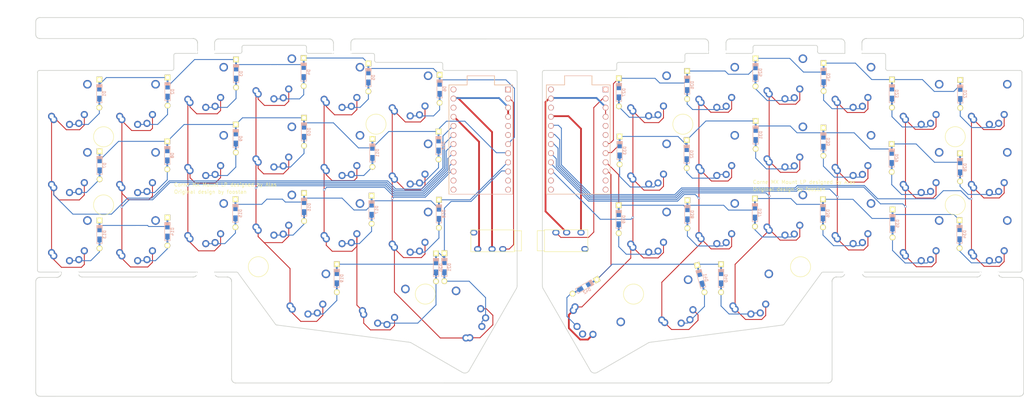
<source format=kicad_pcb>
(kicad_pcb (version 20221018) (generator pcbnew)
  (title_block (title "Corne Cherry") (date "2020-09-28") (rev "3.0.1") (company "foostan"))
  (layers (0 "F.Cu" signal) (31 "B.Cu" signal) (34 "B.Paste" user) (35 "F.Paste" user) (36 "B.SilkS" user "B.Silkscreen") (37 "F.SilkS" user "F.Silkscreen") (38 "B.Mask" user) (39 "F.Mask" user) (44 "Edge.Cuts" user))
  (net 0 "")
  (net 1 "row0")
  (net 2 "Net-(D1-Pad2)")
  (net 3 "row1")
  (net 4 "Net-(D2-Pad2)")
  (net 5 "row2")
  (net 6 "Net-(D3-Pad2)")
  (net 7 "row3")
  (net 8 "Net-(D4-Pad2)")
  (net 9 "Net-(D5-Pad2)")
  (net 10 "Net-(D6-Pad2)")
  (net 11 "Net-(D7-Pad2)")
  (net 12 "Net-(D8-Pad2)")
  (net 13 "Net-(D9-Pad2)")
  (net 14 "Net-(D10-Pad2)")
  (net 15 "Net-(D11-Pad2)")
  (net 16 "Net-(D12-Pad2)")
  (net 17 "Net-(D13-Pad2)")
  (net 18 "Net-(D14-Pad2)")
  (net 19 "Net-(D15-Pad2)")
  (net 20 "Net-(D16-Pad2)")
  (net 21 "Net-(D17-Pad2)")
  (net 22 "Net-(D18-Pad2)")
  (net 23 "Net-(D19-Pad2)")
  (net 24 "Net-(D20-Pad2)")
  (net 25 "Net-(D21-Pad2)")
  (net 26 "GND")
  (net 27 "VCC")
  (net 28 "col0")
  (net 29 "col1")
  (net 30 "col2")
  (net 31 "col3")
  (net 32 "col4")
  (net 33 "col5")
  (net 34 "LED")
  (net 35 "data")
  (net 36 "reset")
  (net 37 "SCL")
  (net 38 "SDA")
  (net 39 "Net-(U1-Pad14)")
  (net 40 "Net-(U1-Pad13)")
  (net 41 "Net-(U1-Pad12)")
  (net 42 "Net-(U1-Pad11)")
  (net 43 "Net-(U1-Pad24)")
  (net 44 "Net-(D22-Pad2)")
  (net 45 "row0_r")
  (net 46 "Net-(D23-Pad2)")
  (net 47 "Net-(D24-Pad2)")
  (net 48 "Net-(D25-Pad2)")
  (net 49 "Net-(D26-Pad2)")
  (net 50 "Net-(D27-Pad2)")
  (net 51 "row1_r")
  (net 52 "Net-(D28-Pad2)")
  (net 53 "Net-(D29-Pad2)")
  (net 54 "Net-(D30-Pad2)")
  (net 55 "Net-(D31-Pad2)")
  (net 56 "Net-(D32-Pad2)")
  (net 57 "Net-(D33-Pad2)")
  (net 58 "row2_r")
  (net 59 "Net-(D34-Pad2)")
  (net 60 "Net-(D35-Pad2)")
  (net 61 "Net-(D36-Pad2)")
  (net 62 "Net-(D37-Pad2)")
  (net 63 "Net-(D38-Pad2)")
  (net 64 "Net-(D39-Pad2)")
  (net 65 "Net-(D40-Pad2)")
  (net 66 "row3_r")
  (net 67 "Net-(D41-Pad2)")
  (net 68 "Net-(D42-Pad2)")
  (net 69 "data_r")
  (net 70 "SDA_r")
  (net 71 "SCL_r")
  (net 72 "LED_r")
  (net 73 "reset_r")
  (net 74 "col0_r")
  (net 75 "col1_r")
  (net 76 "col2_r")
  (net 77 "col3_r")
  (net 78 "col4_r")
  (net 79 "col5_r")
  (net 80 "VDD")
  (net 81 "GNDA")
  (net 82 "Net-(U2-Pad11)")
  (net 83 "Net-(U2-Pad12)")
  (net 84 "Net-(U2-Pad13)")
  (net 85 "Net-(U2-Pad14)")
  (net 86 "Net-(U2-Pad24)")
  (net 87 "Net-(J1-Pad1)")
  (net 88 "Net-(J2-Pad1)")
  (footprint "Keebio-Parts:Diode-Hybrid-Back" (layer "F.Cu") (at 28.426 33.23 90)
    (fp_text reference "D1")
    (fp_text value "D" hide)
  )
  (footprint "Keebio-Parts:Diode-Hybrid-Back" (layer "F.Cu") (at 47.4506 32.6712 90)
    (fp_text reference "D2")
    (fp_text value "D" hide)
  )
  (footprint "Keebio-Parts:Diode-Hybrid-Back" (layer "F.Cu") (at 66.5514 27.642 90)
    (fp_text reference "D3")
    (fp_text value "D" hide)
  )
  (footprint "Keebio-Parts:Diode-Hybrid-Back" (layer "F.Cu") (at 85.4109 27.2229 90)
    (fp_text reference "D4")
    (fp_text value "D" hide)
  )
  (footprint "Keebio-Parts:Diode-Hybrid-Back" (layer "F.Cu") (at 103.45125 28.72375 90)
    (fp_text reference "D5")
    (fp_text value "D" hide)
  )
  (footprint "Keebio-Parts:Diode-Hybrid-Back" (layer "F.Cu") (at 28.5022 53.2325 90)
    (fp_text reference "D7")
    (fp_text value "D" hide)
  )
  (footprint "Keebio-Parts:Diode-Hybrid-Back" (layer "F.Cu") (at 47.3744 50.4512 90)
    (fp_text reference "D8")
    (fp_text value "D" hide)
  )
  (footprint "Keebio-Parts:Diode-Hybrid-Back" (layer "F.Cu") (at 66.4752 45.7522 90)
    (fp_text reference "D9")
    (fp_text value "D" hide)
  )
  (footprint "Keebio-Parts:Diode-Hybrid-Back" (layer "F.Cu") (at 85.4998 43.8853 90)
    (fp_text reference "D10")
    (fp_text value "D" hide)
  )
  (footprint "Keebio-Parts:Diode-Hybrid-Back" (layer "F.Cu") (at 104.5752 49.7632 90)
    (fp_text reference "D11")
    (fp_text value "D" hide)
  )
  (footprint "Keebio-Parts:Diode-Hybrid-Back" (layer "F.Cu") (at 123.0156 47.7058 90)
    (fp_text reference "D12")
    (fp_text value "D" hide)
  )
  (footprint "Keebio-Parts:Diode-Hybrid-Back" (layer "F.Cu") (at 28.4768 72.4962 90)
    (fp_text reference "D13")
    (fp_text value "D" hide)
  )
  (footprint "Keebio-Parts:Diode-Hybrid-Back" (layer "F.Cu") (at 47.4125 71.6961 90)
    (fp_text reference "D14")
    (fp_text value "D" hide)
  )
  (footprint "Keebio-Parts:Diode-Hybrid-Back" (layer "F.Cu") (at 66.3736 66.6075 90)
    (fp_text reference "D15")
    (fp_text value "D" hide)
  )
  (footprint "Keebio-Parts:Diode-Hybrid-Back" (layer "F.Cu") (at 85.5252 64.8889 90)
    (fp_text reference "D16")
    (fp_text value "D" hide)
  )
  (footprint "Keebio-Parts:Diode-Hybrid-Back" (layer "F.Cu") (at 104.3466 65.6128 90)
    (fp_text reference "D17")
    (fp_text value "D" hide)
  )
  (footprint "Keebio-Parts:Diode-Hybrid-Back" (layer "F.Cu") (at 123.1172 66.7453 90)
    (fp_text reference "D18")
    (fp_text value "D" hide)
  )
  (footprint "Keebio-Parts:Diode-Hybrid-Back" (layer "F.Cu") (at 94.6438 84.7128 90)
    (fp_text reference "D19")
    (fp_text value "D" hide)
  )
  (footprint "Keebio-Parts:Diode-Hybrid-Back" (layer "F.Cu") (at 122.3044 81.6932 90)
    (fp_text reference "D20")
    (fp_text value "D" hide)
  )
  (footprint "Keebio-Parts:Diode-Hybrid-Back" (layer "F.Cu") (at 124.6412 81.6529 90)
    (fp_text reference "D21")
    (fp_text value "D" hide)
  )
  (footprint "MXMountLP:MXMountLP-1U" (layer "F.Cu") (at 39.1075 35.78)
    (fp_text reference "SW2")
    (fp_text value "SW_Push")
  )
  (footprint "MXMountLP:MXMountLP-1U" (layer "F.Cu") (at 58.1075 31.03)
    (fp_text reference "SW3")
    (fp_text value "SW_Push")
  )
  (footprint "MXMountLP:MXMountLP-1U" (layer "F.Cu") (at 77.1075 28.655)
    (fp_text reference "SW4")
    (fp_text value "SW_Push")
  )
  (footprint "MXMountLP:MXMountLP-1U" (layer "F.Cu") (at 96.1075 31.03)
    (fp_text reference "SW5")
    (fp_text value "SW_Push")
  )
  (footprint "MXMountLP:MXMountLP-1U" (layer "F.Cu") (at 20.1075 54.78)
    (fp_text reference "SW7")
    (fp_text value "SW_Push")
  )
  (footprint "MXMountLP:MXMountLP-1U" (layer "F.Cu") (at 39.1075 54.78)
    (fp_text reference "SW8")
    (fp_text value "SW_Push")
  )
  (footprint "MXMountLP:MXMountLP-1U" (layer "F.Cu") (at 58.1075 50.03)
    (fp_text reference "SW9")
    (fp_text value "SW_Push")
  )
  (footprint "MXMountLP:MXMountLP-1U" (layer "F.Cu") (at 77.1075 47.655)
    (fp_text reference "SW10")
    (fp_text value "SW_Push")
  )
  (footprint "MXMountLP:MXMountLP-1U" (layer "F.Cu") (at 96.1075 50.03)
    (fp_text reference "SW11")
    (fp_text value "SW_Push")
  )
  (footprint "MXMountLP:MXMountLP-1U" (layer "F.Cu") (at 115.1075 52.405)
    (fp_text reference "SW12")
    (fp_text value "SW_Push")
  )
  (footprint "MXMountLP:MXMountLP-1U" (layer "F.Cu") (at 20.1075 73.78)
    (fp_text reference "SW13")
    (fp_text value "SW_Push")
  )
  (footprint "MXMountLP:MXMountLP-1U" (layer "F.Cu") (at 39.1075 73.78)
    (fp_text reference "SW14")
    (fp_text value "SW_Push")
  )
  (footprint "MXMountLP:MXMountLP-1U" (layer "F.Cu") (at 58.1075 69.03)
    (fp_text reference "SW15")
    (fp_text value "SW_Push")
  )
  (footprint "MXMountLP:MXMountLP-1U" (layer "F.Cu") (at 77.1075 66.655)
    (fp_text reference "SW16")
    (fp_text value "SW_Push")
  )
  (footprint "MXMountLP:MXMountLP-1U" (layer "F.Cu") (at 96.1075 69.03)
    (fp_text reference "SW17")
    (fp_text value "SW_Push")
  )
  (footprint "MXMountLP:MXMountLP-1U" (layer "F.Cu") (at 115.1075 71.405)
    (fp_text reference "SW18")
    (fp_text value "SW_Push")
  )
  (footprint "MXMountLP:MXMountLP-1U" (layer "F.Cu") (at 86.6075 88.655)
    (fp_text reference "SW19")
    (fp_text value "SW_Push")
  )
  (footprint "MXMountLP:MXMountLP-1U" (layer "F.Cu") (at 107.6075 91.405 -15)
    (fp_text reference "SW20")
    (fp_text value "SW_Push")
  )
  (footprint "MXMountLP:MXMountLP-1U" (layer "F.Cu") (at 129.8575 95.155 60)
    (fp_text reference "SW21")
    (fp_text value "SW_Push")
  )
  (footprint "MXMountLP:MXMountLP-1U" (layer "F.Cu") (at 166.8645 95.15 -60)
    (fp_text reference "SW42")
    (fp_text value "SW_Push")
  )
  (footprint "Keebio-Parts:Diode-Hybrid-Back" (layer "F.Cu") (at 249.4441 33.2289 90)
    (fp_text reference "D23")
    (fp_text value "D" hide)
  )
  (footprint "Keebio-Parts:Diode-Hybrid-Back" (layer "F.Cu") (at 230.3941 28.6431 90)
    (fp_text reference "D24")
    (fp_text value "D" hide)
  )
  (footprint "Keebio-Parts:Diode-Hybrid-Back" (layer "F.Cu") (at 211.3949 27.3096 90)
    (fp_text reference "D25")
    (fp_text value "D" hide)
  )
  (footprint "Keebio-Parts:Diode-Hybrid-Back" (layer "F.Cu") (at 173.2949 32.8722 90)
    (fp_text reference "D27")
    (fp_text value "D" hide)
  )
  (footprint "Keebio-Parts:Diode-Hybrid-Back" (layer "F.Cu") (at 249.3806 51.1729 90)
    (fp_text reference "D29")
    (fp_text value "D" hide)
  )
  (footprint "Keebio-Parts:Diode-Hybrid-Back" (layer "F.Cu") (at 230.3306 46.6517 90)
    (fp_text reference "D30")
    (fp_text value "D" hide)
  )
  (footprint "Keebio-Parts:Diode-Hybrid-Back" (layer "F.Cu") (at 211.4457 44.7605 90)
    (fp_text reference "D31")
    (fp_text value "D" hide)
  )
  (footprint "Keebio-Parts:Diode-Hybrid-Back" (layer "F.Cu") (at 192.2179 50.1188 90)
    (fp_text reference "D32")
    (fp_text value "D" hide)
  )
  (footprint "Keebio-Parts:Diode-Hybrid-Back" (layer "F.Cu") (at 173.5108 49.0774 90)
    (fp_text reference "D33")
    (fp_text value "D" hide)
  )
  (footprint "Keebio-Parts:Diode-Hybrid-Back" (layer "F.Cu") (at 268.3036 72.4454 90)
    (fp_text reference "D34")
    (fp_text value "D" hide)
  )
  (footprint "Keebio-Parts:Diode-Hybrid-Back" (layer "F.Cu") (at 249.6092 69.4482 90)
    (fp_text reference "D35")
    (fp_text value "D" hide)
  )
  (footprint "Keebio-Parts:Diode-Hybrid-Back" (layer "F.Cu") (at 230.2163 66.6172 90)
    (fp_text reference "D36")
    (fp_text value "D" hide)
  )
  (footprint "Keebio-Parts:Diode-Hybrid-Back" (layer "F.Cu") (at 211.2425 66.4002 90)
    (fp_text reference "D37")
    (fp_text value "D" hide)
  )
  (footprint "Keebio-Parts:Diode-Hybrid-Back" (layer "F.Cu") (at 192.4084 66.8828 90)
    (fp_text reference "D38")
    (fp_text value "D" hide)
  )
  (footprint "Keebio-Parts:Diode-Hybrid-Back" (layer "F.Cu") (at 173.2568 68.2671 90)
    (fp_text reference "D39")
    (fp_text value "D" hide)
  )
  (footprint "Keebio-Parts:Diode-Hybrid-Back" (layer "F.Cu") (at 201.7937 84.7244 90)
    (fp_text reference "D40")
    (fp_text value "D" hide)
  )
  (footprint "Keebio-Parts:Diode-Hybrid-Back" (layer "F.Cu") (at 196.1549 84.8671 105)
    (fp_text reference "D41")
    (fp_text value "D" hide)
  )
  (footprint "Keebio-Parts:Diode-Hybrid-Back" (layer "F.Cu") (at 163.763836 87.0696 30)
    (fp_text reference "D42")
    (fp_text value "D" hide)
  )
  (footprint "Keebio-Parts:Diode-Hybrid-Back" (layer "F.Cu") (at 268.4941 33.3294 90)
    (fp_text reference "D22")
    (fp_text value "D" hide)
  )
  (footprint "MXMountLP:MXMountLP-1U" (layer "F.Cu") (at 219.6145 66.65)
    (fp_text reference "SW37")
    (fp_text value "SW_Push")
  )
  (footprint "MXMountLP:MXMountLP-1U" (layer "F.Cu") (at 200.6145 69.025)
    (fp_text reference "SW38")
    (fp_text value "SW_Push")
  )
  (footprint "MXMountLP:MXMountLP-1U" (layer "F.Cu") (at 181.6145 71.4)
    (fp_text reference "SW39")
    (fp_text value "SW_Push")
  )
  (footprint "MXMountLP:MXMountLP-1U" (layer "F.Cu") (at 210.1145 88.65)
    (fp_text reference "SW40")
    (fp_text value "SW_Push")
  )
  (footprint "MXMountLP:MXMountLP-1U" (layer "F.Cu") (at 189.1145 91.4 15)
    (fp_text reference "SW41")
    (fp_text value "SW_Push")
  )
  (footprint "MXMountLP:MXMountLP-1U" (layer "F.Cu") (at 219.6145 28.65)
    (fp_text reference "SW25")
    (fp_text value "SW_Push")
  )
  (footprint "MXMountLP:MXMountLP-1U" (layer "F.Cu") (at 200.6145 31.025)
    (fp_text reference "SW26")
    (fp_text value "SW_Push")
  )
  (footprint "MXMountLP:MXMountLP-1U" (layer "F.Cu") (at 276.6145 54.775)
    (fp_text reference "SW28")
    (fp_text value "SW_Push")
  )
  (footprint "MXMountLP:MXMountLP-1U" (layer "F.Cu") (at 238.6145 31.025)
    (fp_text reference "SW24")
    (fp_text value "SW_Push")
  )
  (footprint "MXMountLP:MXMountLP-1U" (layer "F.Cu") (at 257.6145 54.775)
    (fp_text reference "SW29")
    (fp_text value "SW_Push")
  )
  (footprint "MXMountLP:MXMountLP-1U" (layer "F.Cu") (at 257.6145 73.775)
    (fp_text reference "SW35")
    (fp_text value "SW_Push")
  )
  (footprint "MXMountLP:MXMountLP-1U" (layer "F.Cu") (at 238.6145 69.025)
    (fp_text reference "SW36")
    (fp_text value "SW_Push")
  )
  (footprint "MXMountLP:MXMountLP-1U" (layer "F.Cu") (at 276.6145 35.775)
    (fp_text reference "SW22")
    (fp_text value "SW_Push")
  )
  (footprint "MXMountLP:MXMountLP-1U" (layer "F.Cu") (at 257.6145 35.775)
    (fp_text reference "SW23")
    (fp_text value "SW_Push")
  )
  (footprint "MXMountLP:MXMountLP-1U" (layer "F.Cu") (at 238.6145 50.025)
    (fp_text reference "SW30")
    (fp_text value "SW_Push")
  )
  (footprint "MXMountLP:MXMountLP-1U" (layer "F.Cu") (at 219.6145 47.65)
    (fp_text reference "SW31")
    (fp_text value "SW_Push")
  )
  (footprint "MXMountLP:MXMountLP-1U" (layer "F.Cu") (at 200.6145 50.025)
    (fp_text reference "SW32")
    (fp_text value "SW_Push")
  )
  (footprint "MXMountLP:MXMountLP-1U" (layer "F.Cu") (at 181.6145 52.4)
    (fp_text reference "SW33")
    (fp_text value "SW_Push")
  )
  (footprint "MXMountLP:MXMountLP-1U" (layer "F.Cu") (at 276.6145 73.775)
    (fp_text reference "SW34")
    (fp_text value "SW_Push")
  )
  (footprint "MXMountLP:MXMountLP-1U" (layer "F.Cu") (at 20.1075 35.78)
    (fp_text reference "SW1")
    (fp_text value "SW_Push")
  )
  (footprint "MXMountLP:MXMountLP-1U" (layer "F.Cu") (at 115.1075 33.405)
    (fp_text reference "SW6")
    (fp_text value "SW_Push")
  )
  (footprint "MXMountLP:MXMountLP-1U" (layer "F.Cu") (at 181.6075 33.405)
    (fp_text reference "SW27")
    (fp_text value "SW_Push")
  )
  (footprint "Keebio-Parts:MountingHole" (layer "F.Cu") (at 29.6075 64.28)
    (fp_text reference "U4" hide)
    (fp_text value "HOLE")
  )
  (footprint "Keebio-Parts:MountingHole" (layer "F.Cu") (at 29.6075 45.28)
    (fp_text reference "U4" hide)
    (fp_text value "HOLE")
  )
  (footprint "Keebio-Parts:MountingHole" (layer "F.Cu") (at 105.5755 41.7655)
    (fp_text reference "U4" hide)
    (fp_text value "HOLE")
  )
  (footprint "Keebio-Parts:MountingHole" (layer "F.Cu") (at 72.7645 81.5205)
    (fp_text reference "U4" hide)
    (fp_text value "HOLE")
  )
  (footprint "Keebio-Parts:MountingHole" (layer "F.Cu") (at 119.3305 89.135)
    (fp_text reference "U4" hide)
    (fp_text value "HOLE")
  )
  (footprint "Keebio-Parts:MountingHole" (layer "F.Cu") (at 223.9555 81.5305)
    (fp_text reference "U4" hide)
    (fp_text value "HOLE")
  )
  (footprint "Keebio-Parts:MountingHole" (layer "F.Cu") (at 191.1445 41.7755)
    (fp_text reference "U4" hide)
    (fp_text value "HOLE")
  )
  (footprint "Keebio-Parts:MountingHole" (layer "F.Cu") (at 267.0995 45.2655)
    (fp_text reference "U4" hide)
    (fp_text value "HOLE")
  )
  (footprint "Keebio-Parts:MountingHole" (layer "F.Cu") (at 267.0995 64.2655)
    (fp_text reference "U4" hide)
    (fp_text value "HOLE")
  )
  (footprint "Keebio-Parts:MountingHole" (layer "F.Cu") (at 177.3895 89.145)
    (fp_text reference "U4" hide)
    (fp_text value "HOLE")
  )
  (footprint "Keebio-Parts:TRRS-PJ-320A" (layer "F.Cu") (at 144.1345 74.292 -90)
    (fp_text reference "J1")
    (fp_text value "Conn_01x04_Female")
  )
  (footprint "Keebio-Parts:TRRS-PJ-320A" (layer "F.Cu") (at 152.5375 74.27 90)
    (fp_text reference "J2")
    (fp_text value "Conn_01x04_Female")
  )
  (footprint "Keebio-Parts:Diode-Hybrid-Back" (layer "F.Cu") (at 123.3204 31.8935 90)
    (fp_text reference "D6")
    (fp_text value "D" hide)
  )
  (footprint "Keebio-Parts:Diode-Hybrid-Back" (layer "F.Cu") (at 268.4433 53.7902 90)
    (fp_text reference "D28")
    (fp_text value "D" hide)
  )
  (footprint "Keebio-Parts:Diode-Hybrid-Back" (layer "F.Cu") (at 192.3449 30.8402 90)
    (fp_text reference "D26")
    (fp_text value "D" hide)
  )
  (footprint "Keebio-Parts:breakaway-mousebites" (layer "F.Cu") (at 200.4602 21.8243)
    (fp_text reference "REF**" hide)
    (fp_text value "breakaway-mousebites" hide)
  )
  (footprint "Keebio-Parts:breakaway-mousebites" (layer "F.Cu") (at 238.3316 21.7862)
    (fp_text reference "REF**" hide)
    (fp_text value "breakaway-mousebites" hide)
  )
  (footprint "Keebio-Parts:breakaway-mousebites" (layer "F.Cu") (at 238.7761 83.4701)
    (fp_text reference "REF**" hide)
    (fp_text value "breakaway-mousebites" hide)
  )
  (footprint "Keebio-Parts:breakaway-mousebites" (layer "F.Cu") (at 276.6221 83.6479)
    (fp_text reference "REF**" hide)
    (fp_text value "breakaway-mousebites" hide)
  )
  (footprint "Keebio-Parts:breakaway-mousebites" (layer "F.Cu") (at 96.0281 21.8878)
    (fp_text reference "REF**" hide)
    (fp_text value "breakaway-mousebites" hide)
  )
  (footprint "Keebio-Parts:breakaway-mousebites" (layer "F.Cu") (at 58.0043 21.8243)
    (fp_text reference "REF**" hide)
    (fp_text value "breakaway-mousebites" hide)
  )
  (footprint "Keebio-Parts:breakaway-mousebites" (layer "F.Cu") (at 19.9297 83.6479)
    (fp_text reference "REF**" hide)
    (fp_text value "breakaway-mousebites" hide)
  )
  (footprint "Keebio-Parts:breakaway-mousebites" (layer "F.Cu") (at 58.017 83.7622)
    (fp_text reference "REF**" hide)
    (fp_text value "breakaway-mousebites" hide)
  )
  (footprint "promicro:ProMicro" (layer "B.Cu") (at 161.9792 46.0432 -90)
    (fp_text reference "U1" hide)
    (fp_text value "ProMicro")
  )
  (footprint "promicro:ProMicro" (layer "B.Cu") (at 134.8012 46.0559 -90)
    (fp_text reference "U2" hide)
    (fp_text value "ProMicro")
  )
  (gr_line (start 17.8075 83.020309) (end 17.8125 83.25) (stroke (width 0.2)) (layer "Edge.Cuts"))
  (gr_line (start 17.8125 83.25) (end 17.8123 83.252) (stroke (width 0.2)) (layer "Edge.Cuts"))
  (gr_line (start 17.8123 83.252) (end 17.8123 83.252) (stroke (width 0.2)) (layer "Edge.Cuts"))
  (gr_line (start 17.8123 83.252) (end 17.7896 83.483) (stroke (width 0.2)) (layer "Edge.Cuts"))
  (gr_line (start 17.7896 83.483) (end 17.7896 83.483) (stroke (width 0.2)) (layer "Edge.Cuts"))
  (gr_line (start 17.7896 83.483) (end 17.7896 83.483) (stroke (width 0.2)) (layer "Edge.Cuts"))
  (gr_line (start 17.7896 83.483) (end 17.7896 83.484) (stroke (width 0.2)) (layer "Edge.Cuts"))
  (gr_line (start 17.7896 83.484) (end 17.7886 83.488) (stroke (width 0.2)) (layer "Edge.Cuts"))
  (gr_line (start 17.7886 83.488) (end 17.7877 83.493) (stroke (width 0.2)) (layer "Edge.Cuts"))
  (gr_line (start 17.7877 83.493) (end 17.7208 83.714) (stroke (width 0.2)) (layer "Edge.Cuts"))
  (gr_line (start 17.7208 83.714) (end 17.7206 83.715) (stroke (width 0.2)) (layer "Edge.Cuts"))
  (gr_line (start 17.7206 83.715) (end 17.7188 83.719) (stroke (width 0.2)) (layer "Edge.Cuts"))
  (gr_line (start 17.7188 83.719) (end 17.717 83.724) (stroke (width 0.2)) (layer "Edge.Cuts"))
  (gr_line (start 17.717 83.724) (end 17.6082 83.928) (stroke (width 0.2)) (layer "Edge.Cuts"))
  (gr_line (start 17.6082 83.928) (end 17.6079 83.929) (stroke (width 0.2)) (layer "Edge.Cuts"))
  (gr_line (start 17.6079 83.929) (end 17.6054 83.932) (stroke (width 0.2)) (layer "Edge.Cuts"))
  (gr_line (start 17.6054 83.932) (end 17.6028 83.936) (stroke (width 0.2)) (layer "Edge.Cuts"))
  (gr_line (start 17.6028 83.936) (end 17.4564 84.116) (stroke (width 0.2)) (layer "Edge.Cuts"))
  (gr_line (start 17.4564 84.116) (end 17.4564 84.116) (stroke (width 0.2)) (layer "Edge.Cuts"))
  (gr_line (start 17.4564 84.116) (end 17.4564 84.116) (stroke (width 0.2)) (layer "Edge.Cuts"))
  (gr_line (start 17.4564 84.116) (end 17.4559 84.116) (stroke (width 0.2)) (layer "Edge.Cuts"))
  (gr_line (start 17.4559 84.116) (end 17.4527 84.12) (stroke (width 0.2)) (layer "Edge.Cuts"))
  (gr_line (start 17.4527 84.12) (end 17.4495 84.123) (stroke (width 0.2)) (layer "Edge.Cuts"))
  (gr_line (start 17.4495 84.123) (end 17.2709 84.271) (stroke (width 0.2)) (layer "Edge.Cuts"))
  (gr_line (start 17.2709 84.271) (end 17.2704 84.271) (stroke (width 0.2)) (layer "Edge.Cuts"))
  (gr_line (start 17.2704 84.271) (end 17.2666 84.273) (stroke (width 0.2)) (layer "Edge.Cuts"))
  (gr_line (start 17.2666 84.273) (end 17.2628 84.276) (stroke (width 0.2)) (layer "Edge.Cuts"))
  (gr_line (start 17.2628 84.276) (end 17.059 84.386) (stroke (width 0.2)) (layer "Edge.Cuts"))
  (gr_line (start 17.059 84.386) (end 17.059 84.386) (stroke (width 0.2)) (layer "Edge.Cuts"))
  (gr_line (start 17.059 84.386) (end 17.059 84.386) (stroke (width 0.2)) (layer "Edge.Cuts"))
  (gr_line (start 17.059 84.386) (end 17.0583 84.387) (stroke (width 0.2)) (layer "Edge.Cuts"))
  (gr_line (start 17.0583 84.387) (end 17.0542 84.388) (stroke (width 0.2)) (layer "Edge.Cuts"))
  (gr_line (start 17.0542 84.388) (end 17.05 84.39) (stroke (width 0.2)) (layer "Edge.Cuts"))
  (gr_line (start 17.05 84.39) (end 16.8286 84.459) (stroke (width 0.2)) (layer "Edge.Cuts"))
  (gr_line (start 16.8286 84.459) (end 16.8279 84.459) (stroke (width 0.2)) (layer "Edge.Cuts"))
  (gr_line (start 16.8279 84.459) (end 16.8235 84.46) (stroke (width 0.2)) (layer "Edge.Cuts"))
  (gr_line (start 16.8235 84.46) (end 16.819 84.46) (stroke (width 0.2)) (layer "Edge.Cuts"))
  (gr_line (start 16.819 84.46) (end 16.5885 84.485) (stroke (width 0.2)) (layer "Edge.Cuts"))
  (gr_line (start 16.5885 84.485) (end 16.5878 84.485) (stroke (width 0.2)) (layer "Edge.Cuts"))
  (gr_line (start 16.5878 84.485) (end 16.5856 84.485) (stroke (width 0.2)) (layer "Edge.Cuts"))
  (gr_line (start 16.5856 84.485) (end 16.5835 84.485) (stroke (width 0.2)) (layer "Edge.Cuts"))
  (gr_line (start 16.5835 84.485) (end 16.5775 84.485) (stroke (width 0.2)) (layer "Edge.Cuts"))
  (gr_line (start 16.5775 84.485) (end 16.5774 84.485) (stroke (width 0.2)) (layer "Edge.Cuts"))
  (gr_line (start 16.5774 84.485) (end 11.8252 84.485) (stroke (width 0.2)) (layer "Edge.Cuts"))
  (gr_line (start 11.8252 84.485) (end 11.8194 84.485) (stroke (width 0.2)) (layer "Edge.Cuts"))
  (gr_line (start 11.8194 84.485) (end 11.5963 84.508) (stroke (width 0.2)) (layer "Edge.Cuts"))
  (gr_line (start 11.5963 84.508) (end 11.3843 84.574) (stroke (width 0.2)) (layer "Edge.Cuts"))
  (gr_line (start 11.3843 84.574) (end 11.1891 84.68) (stroke (width 0.2)) (layer "Edge.Cuts"))
  (gr_line (start 11.1891 84.68) (end 11.018 84.821) (stroke (width 0.2)) (layer "Edge.Cuts"))
  (gr_line (start 11.018 84.821) (end 10.8778 84.993) (stroke (width 0.2)) (layer "Edge.Cuts"))
  (gr_line (start 10.8778 84.993) (end 10.7736 85.189) (stroke (width 0.2)) (layer "Edge.Cuts"))
  (gr_line (start 10.7736 85.189) (end 10.7094 85.402) (stroke (width 0.2)) (layer "Edge.Cuts"))
  (gr_line (start 10.7094 85.402) (end 10.6875 85.625) (stroke (width 0.2)) (layer "Edge.Cuts"))
  (gr_line (start 10.6875 116.497) (end 10.6875 116.503) (stroke (width 0.2)) (layer "Edge.Cuts"))
  (gr_line (start 10.6875 116.503) (end 10.711 116.726) (stroke (width 0.2)) (layer "Edge.Cuts"))
  (gr_line (start 10.711 116.726) (end 10.7766 116.938) (stroke (width 0.2)) (layer "Edge.Cuts"))
  (gr_line (start 10.7766 116.938) (end 10.8822 117.133) (stroke (width 0.2)) (layer "Edge.Cuts"))
  (gr_line (start 10.8822 117.133) (end 11.0236 117.304) (stroke (width 0.2)) (layer "Edge.Cuts"))
  (gr_line (start 11.0236 117.304) (end 11.1957 117.445) (stroke (width 0.2)) (layer "Edge.Cuts"))
  (gr_line (start 11.1957 117.445) (end 11.3916 117.549) (stroke (width 0.2)) (layer "Edge.Cuts"))
  (gr_line (start 11.3916 117.549) (end 11.6041 117.613) (stroke (width 0.2)) (layer "Edge.Cuts"))
  (gr_line (start 11.6041 117.613) (end 11.8274 117.635) (stroke (width 0.2)) (layer "Edge.Cuts"))
  (gr_line (start 11.8274 117.635) (end 285.0575 117.626) (stroke (width 0.2)) (layer "Edge.Cuts"))
  (gr_line (start 285.0555 12.0385) (end 11.8252 12.0475) (stroke (width 0.2)) (layer "Edge.Cuts"))
  (gr_line (start 11.8252 12.0475) (end 11.8194 12.0475) (stroke (width 0.2)) (layer "Edge.Cuts"))
  (gr_line (start 11.8194 12.0475) (end 11.5963 12.071) (stroke (width 0.2)) (layer "Edge.Cuts"))
  (gr_line (start 11.5963 12.071) (end 11.3843 12.1366) (stroke (width 0.2)) (layer "Edge.Cuts"))
  (gr_line (start 11.3843 12.1366) (end 11.1891 12.2422) (stroke (width 0.2)) (layer "Edge.Cuts"))
  (gr_line (start 11.1891 12.2422) (end 11.018 12.3837) (stroke (width 0.2)) (layer "Edge.Cuts"))
  (gr_line (start 11.018 12.3837) (end 10.8778 12.5557) (stroke (width 0.2)) (layer "Edge.Cuts"))
  (gr_line (start 10.8778 12.5557) (end 10.7736 12.7516) (stroke (width 0.2)) (layer "Edge.Cuts"))
  (gr_line (start 10.7736 12.7516) (end 10.7094 12.9641) (stroke (width 0.2)) (layer "Edge.Cuts"))
  (gr_line (start 10.7094 12.9641) (end 10.6875 13.1875) (stroke (width 0.2)) (layer "Edge.Cuts"))
  (gr_line (start 10.6875 13.1875) (end 10.6875 16.7473) (stroke (width 0.2)) (layer "Edge.Cuts"))
  (gr_line (start 10.6875 16.7473) (end 10.6875 16.7531) (stroke (width 0.2)) (layer "Edge.Cuts"))
  (gr_line (start 10.6875 16.7531) (end 10.711 16.9762) (stroke (width 0.2)) (layer "Edge.Cuts"))
  (gr_line (start 10.711 16.9762) (end 10.7766 17.1882) (stroke (width 0.2)) (layer "Edge.Cuts"))
  (gr_line (start 10.7766 17.1882) (end 10.8822 17.3835) (stroke (width 0.2)) (layer "Edge.Cuts"))
  (gr_line (start 10.8822 17.3835) (end 11.0236 17.5545) (stroke (width 0.2)) (layer "Edge.Cuts"))
  (gr_line (start 11.0236 17.5545) (end 11.1957 17.6948) (stroke (width 0.2)) (layer "Edge.Cuts"))
  (gr_line (start 11.1957 17.6948) (end 11.3916 17.799) (stroke (width 0.2)) (layer "Edge.Cuts"))
  (gr_line (start 11.3916 17.799) (end 11.6041 17.8631) (stroke (width 0.2)) (layer "Edge.Cuts"))
  (gr_line (start 11.6041 17.8631) (end 11.8274 17.885) (stroke (width 0.2)) (layer "Edge.Cuts"))
  (gr_line (start 11.8274 17.885) (end 54.5774 17.885) (stroke (width 0.2)) (layer "Edge.Cuts"))
  (gr_line (start 54.5774 17.885) (end 54.5799 17.8853) (stroke (width 0.2)) (layer "Edge.Cuts"))
  (gr_line (start 54.5799 17.8853) (end 54.5799 17.8853) (stroke (width 0.2)) (layer "Edge.Cuts"))
  (gr_line (start 54.5799 17.8853) (end 54.8105 17.9079) (stroke (width 0.2)) (layer "Edge.Cuts"))
  (gr_line (start 54.8105 17.9079) (end 54.8105 17.9079) (stroke (width 0.2)) (layer "Edge.Cuts"))
  (gr_line (start 54.8105 17.9079) (end 54.8105 17.9079) (stroke (width 0.2)) (layer "Edge.Cuts"))
  (gr_line (start 54.8105 17.9079) (end 54.8112 17.9079) (stroke (width 0.2)) (layer "Edge.Cuts"))
  (gr_line (start 54.8112 17.9079) (end 54.8156 17.9089) (stroke (width 0.2)) (layer "Edge.Cuts"))
  (gr_line (start 54.8156 17.9089) (end 54.8201 17.9098) (stroke (width 0.2)) (layer "Edge.Cuts"))
  (gr_line (start 54.8201 17.9098) (end 55.042 17.9768) (stroke (width 0.2)) (layer "Edge.Cuts"))
  (gr_line (start 55.042 17.9768) (end 55.0426 17.977) (stroke (width 0.2)) (layer "Edge.Cuts"))
  (gr_line (start 55.0426 17.977) (end 55.0468 17.9787) (stroke (width 0.2)) (layer "Edge.Cuts"))
  (gr_line (start 55.0468 17.9787) (end 55.051 17.9805) (stroke (width 0.2)) (layer "Edge.Cuts"))
  (gr_line (start 55.051 17.9805) (end 55.2556 18.0893) (stroke (width 0.2)) (layer "Edge.Cuts"))
  (gr_line (start 55.2556 18.0893) (end 55.2556 18.0893) (stroke (width 0.2)) (layer "Edge.Cuts"))
  (gr_line (start 55.2556 18.0893) (end 55.2556 18.0893) (stroke (width 0.2)) (layer "Edge.Cuts"))
  (gr_line (start 55.2556 18.0893) (end 55.2562 18.0896) (stroke (width 0.2)) (layer "Edge.Cuts"))
  (gr_line (start 55.2562 18.0896) (end 55.26 18.0922) (stroke (width 0.2)) (layer "Edge.Cuts"))
  (gr_line (start 55.26 18.0922) (end 55.2638 18.0947) (stroke (width 0.2)) (layer "Edge.Cuts"))
  (gr_line (start 55.2638 18.0947) (end 55.4434 18.2412) (stroke (width 0.2)) (layer "Edge.Cuts"))
  (gr_line (start 55.4434 18.2412) (end 55.4439 18.2416) (stroke (width 0.2)) (layer "Edge.Cuts"))
  (gr_line (start 55.4439 18.2416) (end 55.447 18.2448) (stroke (width 0.2)) (layer "Edge.Cuts"))
  (gr_line (start 55.447 18.2448) (end 55.4503 18.248) (stroke (width 0.2)) (layer "Edge.Cuts"))
  (gr_line (start 55.4503 18.248) (end 55.598 18.4266) (stroke (width 0.2)) (layer "Edge.Cuts"))
  (gr_line (start 55.598 18.4266) (end 55.5984 18.4271) (stroke (width 0.2)) (layer "Edge.Cuts"))
  (gr_line (start 55.5984 18.4271) (end 55.6009 18.4309) (stroke (width 0.2)) (layer "Edge.Cuts"))
  (gr_line (start 55.6009 18.4309) (end 55.6035 18.4347) (stroke (width 0.2)) (layer "Edge.Cuts"))
  (gr_line (start 55.6035 18.4347) (end 55.7137 18.6386) (stroke (width 0.2)) (layer "Edge.Cuts"))
  (gr_line (start 55.7137 18.6386) (end 55.7137 18.6386) (stroke (width 0.2)) (layer "Edge.Cuts"))
  (gr_line (start 55.7137 18.6386) (end 55.7137 18.6386) (stroke (width 0.2)) (layer "Edge.Cuts"))
  (gr_line (start 55.7137 18.6386) (end 55.714 18.6392) (stroke (width 0.2)) (layer "Edge.Cuts"))
  (gr_line (start 55.714 18.6392) (end 55.7157 18.6434) (stroke (width 0.2)) (layer "Edge.Cuts"))
  (gr_line (start 55.7157 18.6434) (end 55.7175 18.6476) (stroke (width 0.2)) (layer "Edge.Cuts"))
  (gr_line (start 55.7175 18.6476) (end 55.786 18.869) (stroke (width 0.2)) (layer "Edge.Cuts"))
  (gr_line (start 55.786 18.869) (end 55.7862 18.8696) (stroke (width 0.2)) (layer "Edge.Cuts"))
  (gr_line (start 55.7862 18.8696) (end 55.7871 18.8741) (stroke (width 0.2)) (layer "Edge.Cuts"))
  (gr_line (start 55.7871 18.8741) (end 55.788 18.8785) (stroke (width 0.2)) (layer "Edge.Cuts"))
  (gr_line (start 55.788 18.8785) (end 55.8122 19.109) (stroke (width 0.2)) (layer "Edge.Cuts"))
  (gr_line (start 55.8122 19.109) (end 55.8123 19.1097) (stroke (width 0.2)) (layer "Edge.Cuts"))
  (gr_line (start 55.8123 19.1097) (end 55.8122 19.1119) (stroke (width 0.2)) (layer "Edge.Cuts"))
  (gr_line (start 55.8122 19.1119) (end 55.8125 19.1141) (stroke (width 0.2)) (layer "Edge.Cuts"))
  (gr_line (start 55.8125 19.1141) (end 55.8125 19.12) (stroke (width 0.2)) (layer "Edge.Cuts"))
  (gr_line (start 55.8125 19.12) (end 55.8125 19.1201) (stroke (width 0.2)) (layer "Edge.Cuts"))
  (gr_line (start 55.8125 19.1201) (end 55.8175 22.020252) (stroke (width 0.2)) (layer "Edge.Cuts"))
  (gr_line (start 60.5575 83.021073) (end 60.5625 83.247) (stroke (width 0.2)) (layer "Edge.Cuts"))
  (gr_line (start 60.5625 83.247) (end 60.5625 83.253) (stroke (width 0.2)) (layer "Edge.Cuts"))
  (gr_line (start 60.5625 83.253) (end 60.586 83.476) (stroke (width 0.2)) (layer "Edge.Cuts"))
  (gr_line (start 60.586 83.476) (end 60.6516 83.688) (stroke (width 0.2)) (layer "Edge.Cuts"))
  (gr_line (start 60.6516 83.688) (end 60.7572 83.883) (stroke (width 0.2)) (layer "Edge.Cuts"))
  (gr_line (start 60.7572 83.883) (end 60.8986 84.054) (stroke (width 0.2)) (layer "Edge.Cuts"))
  (gr_line (start 60.8986 84.054) (end 61.0707 84.195) (stroke (width 0.2)) (layer "Edge.Cuts"))
  (gr_line (start 61.0707 84.195) (end 61.2666 84.299) (stroke (width 0.2)) (layer "Edge.Cuts"))
  (gr_line (start 61.2666 84.299) (end 61.4791 84.363) (stroke (width 0.2)) (layer "Edge.Cuts"))
  (gr_line (start 61.4791 84.363) (end 61.7024 84.385) (stroke (width 0.2)) (layer "Edge.Cuts"))
  (gr_line (start 61.7024 84.385) (end 64.0774 84.385) (stroke (width 0.2)) (layer "Edge.Cuts"))
  (gr_line (start 64.0774 84.385) (end 64.0799 84.385) (stroke (width 0.2)) (layer "Edge.Cuts"))
  (gr_line (start 64.0799 84.385) (end 64.0799 84.385) (stroke (width 0.2)) (layer "Edge.Cuts"))
  (gr_line (start 64.0799 84.385) (end 64.3105 84.408) (stroke (width 0.2)) (layer "Edge.Cuts"))
  (gr_line (start 64.3105 84.408) (end 64.3105 84.408) (stroke (width 0.2)) (layer "Edge.Cuts"))
  (gr_line (start 64.3105 84.408) (end 64.3105 84.408) (stroke (width 0.2)) (layer "Edge.Cuts"))
  (gr_line (start 64.3105 84.408) (end 64.3112 84.408) (stroke (width 0.2)) (layer "Edge.Cuts"))
  (gr_line (start 64.3112 84.408) (end 64.3156 84.409) (stroke (width 0.2)) (layer "Edge.Cuts"))
  (gr_line (start 64.3156 84.409) (end 64.3201 84.41) (stroke (width 0.2)) (layer "Edge.Cuts"))
  (gr_line (start 64.3201 84.41) (end 64.542 84.477) (stroke (width 0.2)) (layer "Edge.Cuts"))
  (gr_line (start 64.542 84.477) (end 64.542599 84.477) (stroke (width 0.2)) (layer "Edge.Cuts"))
  (gr_line (start 64.542599 84.477) (end 64.5468 84.479) (stroke (width 0.2)) (layer "Edge.Cuts"))
  (gr_line (start 64.5468 84.479) (end 64.551 84.48) (stroke (width 0.2)) (layer "Edge.Cuts"))
  (gr_line (start 64.551 84.48) (end 64.7556 84.589) (stroke (width 0.2)) (layer "Edge.Cuts"))
  (gr_line (start 64.7556 84.589) (end 64.7556 84.589) (stroke (width 0.2)) (layer "Edge.Cuts"))
  (gr_line (start 64.7556 84.589) (end 64.7556 84.589) (stroke (width 0.2)) (layer "Edge.Cuts"))
  (gr_line (start 64.7556 84.589) (end 64.756199 84.59) (stroke (width 0.2)) (layer "Edge.Cuts"))
  (gr_line (start 64.756199 84.59) (end 64.759999 84.592) (stroke (width 0.2)) (layer "Edge.Cuts"))
  (gr_line (start 64.759999 84.592) (end 64.7638 84.595) (stroke (width 0.2)) (layer "Edge.Cuts"))
  (gr_line (start 64.7638 84.595) (end 64.9434 84.741) (stroke (width 0.2)) (layer "Edge.Cuts"))
  (gr_line (start 64.9434 84.741) (end 64.9439 84.742) (stroke (width 0.2)) (layer "Edge.Cuts"))
  (gr_line (start 64.9439 84.742) (end 64.947 84.745) (stroke (width 0.2)) (layer "Edge.Cuts"))
  (gr_line (start 64.947 84.745) (end 64.9503 84.748) (stroke (width 0.2)) (layer "Edge.Cuts"))
  (gr_line (start 64.9503 84.748) (end 65.098 84.927) (stroke (width 0.2)) (layer "Edge.Cuts"))
  (gr_line (start 65.098 84.927) (end 65.0984 84.927) (stroke (width 0.2)) (layer "Edge.Cuts"))
  (gr_line (start 65.0984 84.927) (end 65.1009 84.931) (stroke (width 0.2)) (layer "Edge.Cuts"))
  (gr_line (start 65.1009 84.931) (end 65.1035 84.935) (stroke (width 0.2)) (layer "Edge.Cuts"))
  (gr_line (start 65.1035 84.935) (end 65.2137 85.139) (stroke (width 0.2)) (layer "Edge.Cuts"))
  (gr_line (start 65.2137 85.139) (end 65.2137 85.139) (stroke (width 0.2)) (layer "Edge.Cuts"))
  (gr_line (start 65.2137 85.139) (end 65.2137 85.139) (stroke (width 0.2)) (layer "Edge.Cuts"))
  (gr_line (start 65.2137 85.139) (end 65.214 85.139) (stroke (width 0.2)) (layer "Edge.Cuts"))
  (gr_line (start 65.214 85.139) (end 65.2157 85.143) (stroke (width 0.2)) (layer "Edge.Cuts"))
  (gr_line (start 65.2157 85.143) (end 65.2175 85.148) (stroke (width 0.2)) (layer "Edge.Cuts"))
  (gr_line (start 65.2175 85.148) (end 65.286 85.369) (stroke (width 0.2)) (layer "Edge.Cuts"))
  (gr_line (start 65.286 85.369) (end 65.2862 85.37) (stroke (width 0.2)) (layer "Edge.Cuts"))
  (gr_line (start 65.2862 85.37) (end 65.2871 85.374) (stroke (width 0.2)) (layer "Edge.Cuts"))
  (gr_line (start 65.2871 85.374) (end 65.288 85.379) (stroke (width 0.2)) (layer "Edge.Cuts"))
  (gr_line (start 65.288 85.379) (end 65.3122 85.609) (stroke (width 0.2)) (layer "Edge.Cuts"))
  (gr_line (start 65.3122 85.609) (end 65.3123 85.61) (stroke (width 0.2)) (layer "Edge.Cuts"))
  (gr_line (start 65.3123 85.61) (end 65.3122 85.612) (stroke (width 0.2)) (layer "Edge.Cuts"))
  (gr_line (start 65.3122 85.612) (end 65.3125 85.614) (stroke (width 0.2)) (layer "Edge.Cuts"))
  (gr_line (start 65.3125 85.614) (end 65.3125 85.62) (stroke (width 0.2)) (layer "Edge.Cuts"))
  (gr_line (start 65.3125 85.62) (end 65.3125 85.62) (stroke (width 0.2)) (layer "Edge.Cuts"))
  (gr_line (start 65.3125 85.62) (end 65.3125 112.797) (stroke (width 0.2)) (layer "Edge.Cuts"))
  (gr_line (start 65.3125 112.797) (end 65.3125 112.803) (stroke (width 0.2)) (layer "Edge.Cuts"))
  (gr_line (start 65.3125 112.803) (end 65.336 113.026) (stroke (width 0.2)) (layer "Edge.Cuts"))
  (gr_line (start 65.336 113.026) (end 65.4016 113.238) (stroke (width 0.2)) (layer "Edge.Cuts"))
  (gr_line (start 65.4016 113.238) (end 65.5072 113.433) (stroke (width 0.2)) (layer "Edge.Cuts"))
  (gr_line (start 65.5072 113.433) (end 65.6486 113.604) (stroke (width 0.2)) (layer "Edge.Cuts"))
  (gr_line (start 65.6486 113.604) (end 65.8207 113.745) (stroke (width 0.2)) (layer "Edge.Cuts"))
  (gr_line (start 65.8207 113.745) (end 66.0166 113.849) (stroke (width 0.2)) (layer "Edge.Cuts"))
  (gr_line (start 66.0166 113.849) (end 66.2291 113.913) (stroke (width 0.2)) (layer "Edge.Cuts"))
  (gr_line (start 66.2291 113.913) (end 66.4524 113.935) (stroke (width 0.2)) (layer "Edge.Cuts"))
  (gr_line (start 66.4545 113.934) (end 231.6195 113.926) (stroke (width 0.2)) (layer "Edge.Cuts"))
  (gr_line (start 197.1805 17.976) (end 99.7005 17.985) (stroke (width 0.2)) (layer "Edge.Cuts"))
  (gr_line (start 99.7005 17.985) (end 99.6945 17.985) (stroke (width 0.2)) (layer "Edge.Cuts"))
  (gr_line (start 99.6945 17.985) (end 99.4715 18.0085) (stroke (width 0.2)) (layer "Edge.Cuts"))
  (gr_line (start 99.4715 18.0085) (end 99.2595 18.0741) (stroke (width 0.2)) (layer "Edge.Cuts"))
  (gr_line (start 99.2595 18.0741) (end 99.0645 18.1797) (stroke (width 0.2)) (layer "Edge.Cuts"))
  (gr_line (start 99.0645 18.1797) (end 98.8935 18.3212) (stroke (width 0.2)) (layer "Edge.Cuts"))
  (gr_line (start 98.8935 18.3212) (end 98.7525 18.4932) (stroke (width 0.2)) (layer "Edge.Cuts"))
  (gr_line (start 98.7525 18.4932) (end 98.6485 18.6891) (stroke (width 0.2)) (layer "Edge.Cuts"))
  (gr_line (start 98.6485 18.6891) (end 98.5845 18.9016) (stroke (width 0.2)) (layer "Edge.Cuts"))
  (gr_line (start 98.5845 18.9016) (end 98.5625 19.125) (stroke (width 0.2)) (layer "Edge.Cuts"))
  (gr_line (start 98.5625 19.125) (end 98.5675 22.018729) (stroke (width 0.2)) (layer "Edge.Cuts"))
  (gr_line (start 22.5675 83.020309) (end 22.5625 83.247) (stroke (width 0.2)) (layer "Edge.Cuts"))
  (gr_line (start 22.5625 83.247) (end 22.5625 83.253) (stroke (width 0.2)) (layer "Edge.Cuts"))
  (gr_line (start 22.5625 83.253) (end 22.586 83.476) (stroke (width 0.2)) (layer "Edge.Cuts"))
  (gr_line (start 22.586 83.476) (end 22.6516 83.688) (stroke (width 0.2)) (layer "Edge.Cuts"))
  (gr_line (start 22.6516 83.688) (end 22.7572 83.883) (stroke (width 0.2)) (layer "Edge.Cuts"))
  (gr_line (start 22.7572 83.883) (end 22.8986 84.054) (stroke (width 0.2)) (layer "Edge.Cuts"))
  (gr_line (start 22.8986 84.054) (end 23.0707 84.195) (stroke (width 0.2)) (layer "Edge.Cuts"))
  (gr_line (start 23.0707 84.195) (end 23.2666 84.299) (stroke (width 0.2)) (layer "Edge.Cuts"))
  (gr_line (start 23.2666 84.299) (end 23.4791 84.363) (stroke (width 0.2)) (layer "Edge.Cuts"))
  (gr_line (start 23.4791 84.363) (end 23.7024 84.385) (stroke (width 0.2)) (layer "Edge.Cuts"))
  (gr_line (start 23.7024 84.385) (end 54.5748 84.385) (stroke (width 0.2)) (layer "Edge.Cuts"))
  (gr_line (start 54.5748 84.385) (end 54.5806 84.385) (stroke (width 0.2)) (layer "Edge.Cuts"))
  (gr_line (start 54.5806 84.385) (end 54.8037 84.362) (stroke (width 0.2)) (layer "Edge.Cuts"))
  (gr_line (start 54.8037 84.362) (end 55.0157 84.296) (stroke (width 0.2)) (layer "Edge.Cuts"))
  (gr_line (start 55.0157 84.296) (end 55.2109 84.19) (stroke (width 0.2)) (layer "Edge.Cuts"))
  (gr_line (start 55.2109 84.19) (end 55.382 84.049) (stroke (width 0.2)) (layer "Edge.Cuts"))
  (gr_line (start 55.382 84.049) (end 55.5222 83.877) (stroke (width 0.2)) (layer "Edge.Cuts"))
  (gr_line (start 55.5222 83.877) (end 55.6264 83.681) (stroke (width 0.2)) (layer "Edge.Cuts"))
  (gr_line (start 55.6264 83.681) (end 55.6906 83.468) (stroke (width 0.2)) (layer "Edge.Cuts"))
  (gr_line (start 55.6906 83.468) (end 55.7125 83.245) (stroke (width 0.2)) (layer "Edge.Cuts"))
  (gr_line (start 55.7125 83.245) (end 55.7175 83.020309) (stroke (width 0.2)) (layer "Edge.Cuts"))
  (gr_line (start 93.7275 22.020252) (end 93.7125 19.1227) (stroke (width 0.2)) (layer "Edge.Cuts"))
  (gr_line (start 93.7125 19.1227) (end 93.7125 19.1169) (stroke (width 0.2)) (layer "Edge.Cuts"))
  (gr_line (start 93.7125 19.1169) (end 93.689 18.8938) (stroke (width 0.2)) (layer "Edge.Cuts"))
  (gr_line (start 93.689 18.8938) (end 93.6234 18.6818) (stroke (width 0.2)) (layer "Edge.Cuts"))
  (gr_line (start 93.6234 18.6818) (end 93.5178 18.4866) (stroke (width 0.2)) (layer "Edge.Cuts"))
  (gr_line (start 93.5178 18.4866) (end 93.3763 18.3156) (stroke (width 0.2)) (layer "Edge.Cuts"))
  (gr_line (start 93.3763 18.3156) (end 93.2043 18.1753) (stroke (width 0.2)) (layer "Edge.Cuts"))
  (gr_line (start 93.2043 18.1753) (end 93.0084 18.0711) (stroke (width 0.2)) (layer "Edge.Cuts"))
  (gr_line (start 93.0084 18.0711) (end 92.7959 18.0069) (stroke (width 0.2)) (layer "Edge.Cuts"))
  (gr_line (start 92.7959 18.0069) (end 92.5726 17.985) (stroke (width 0.2)) (layer "Edge.Cuts"))
  (gr_line (start 92.5726 17.985) (end 61.7002 17.985) (stroke (width 0.2)) (layer "Edge.Cuts"))
  (gr_line (start 61.7002 17.985) (end 61.6944 17.985) (stroke (width 0.2)) (layer "Edge.Cuts"))
  (gr_line (start 61.6944 17.985) (end 61.4713 18.0085) (stroke (width 0.2)) (layer "Edge.Cuts"))
  (gr_line (start 61.4713 18.0085) (end 61.2593 18.0741) (stroke (width 0.2)) (layer "Edge.Cuts"))
  (gr_line (start 61.2593 18.0741) (end 61.0641 18.1797) (stroke (width 0.2)) (layer "Edge.Cuts"))
  (gr_line (start 61.0641 18.1797) (end 60.893 18.3212) (stroke (width 0.2)) (layer "Edge.Cuts"))
  (gr_line (start 60.893 18.3212) (end 60.7528 18.4932) (stroke (width 0.2)) (layer "Edge.Cuts"))
  (gr_line (start 60.7528 18.4932) (end 60.6486 18.6891) (stroke (width 0.2)) (layer "Edge.Cuts"))
  (gr_line (start 60.6486 18.6891) (end 60.5844 18.9016) (stroke (width 0.2)) (layer "Edge.Cuts"))
  (gr_line (start 60.5844 18.9016) (end 60.5625 19.125) (stroke (width 0.2)) (layer "Edge.Cuts"))
  (gr_line (start 60.5625 19.125) (end 60.5775 22.018729) (stroke (width 0.2)) (layer "Edge.Cuts"))
  (gr_line (start 10.6875 85.625) (end 10.6875 116.497) (stroke (width 0.2)) (layer "Edge.Cuts"))
  (gr_line (start 236.3175 22.026729) (end 236.3195 19.1137) (stroke (width 0.2)) (layer "Edge.Cuts"))
  (gr_line (start 236.3195 19.1137) (end 236.3195 19.1079) (stroke (width 0.2)) (layer "Edge.Cuts"))
  (gr_line (start 236.3195 19.1079) (end 236.2965 18.8848) (stroke (width 0.2)) (layer "Edge.Cuts"))
  (gr_line (start 236.2965 18.8848) (end 236.2305 18.6728) (stroke (width 0.2)) (layer "Edge.Cuts"))
  (gr_line (start 236.2305 18.6728) (end 236.1255 18.4776) (stroke (width 0.2)) (layer "Edge.Cuts"))
  (gr_line (start 236.1255 18.4776) (end 235.9835 18.3066) (stroke (width 0.2)) (layer "Edge.Cuts"))
  (gr_line (start 235.9835 18.3066) (end 235.8115 18.1663) (stroke (width 0.2)) (layer "Edge.Cuts"))
  (gr_line (start 235.8115 18.1663) (end 235.6155 18.0621) (stroke (width 0.2)) (layer "Edge.Cuts"))
  (gr_line (start 235.6155 18.0621) (end 235.4035 17.9979) (stroke (width 0.2)) (layer "Edge.Cuts"))
  (gr_line (start 235.4035 17.9979) (end 235.1805 17.976) (stroke (width 0.2)) (layer "Edge.Cuts"))
  (gr_line (start 235.1805 17.976) (end 204.3075 17.976) (stroke (width 0.2)) (layer "Edge.Cuts"))
  (gr_line (start 204.3075 17.976) (end 204.3015 17.976) (stroke (width 0.2)) (layer "Edge.Cuts"))
  (gr_line (start 204.3015 17.976) (end 204.0785 17.9995) (stroke (width 0.2)) (layer "Edge.Cuts"))
  (gr_line (start 204.0785 17.9995) (end 203.8665 18.0651) (stroke (width 0.2)) (layer "Edge.Cuts"))
  (gr_line (start 203.8665 18.0651) (end 203.6715 18.1707) (stroke (width 0.2)) (layer "Edge.Cuts"))
  (gr_line (start 203.6715 18.1707) (end 203.5005 18.3122) (stroke (width 0.2)) (layer "Edge.Cuts"))
  (gr_line (start 203.5005 18.3122) (end 203.3605 18.4842) (stroke (width 0.2)) (layer "Edge.Cuts"))
  (gr_line (start 203.3605 18.4842) (end 203.2565 18.6801) (stroke (width 0.2)) (layer "Edge.Cuts"))
  (gr_line (start 203.2565 18.6801) (end 203.1915 18.8926) (stroke (width 0.2)) (layer "Edge.Cuts"))
  (gr_line (start 203.1915 18.8926) (end 203.1705 19.116) (stroke (width 0.2)) (layer "Edge.Cuts"))
  (gr_line (start 203.1705 19.116) (end 203.1675 22.028252) (stroke (width 0.2)) (layer "Edge.Cuts"))
  (gr_line (start 280.3025 84.476) (end 280.0715 84.453) (stroke (width 0.2)) (layer "Edge.Cuts"))
  (gr_line (start 285.8645 117.29) (end 286.0045 117.118) (stroke (width 0.2)) (layer "Edge.Cuts"))
  (gr_line (start 197.8115 18.1663) (end 197.6155 18.0621) (stroke (width 0.2)) (layer "Edge.Cuts"))
  (gr_line (start 197.9835 18.3066) (end 197.8115 18.1663) (stroke (width 0.2)) (layer "Edge.Cuts"))
  (gr_line (start 286.1945 85.608) (end 286.1955 116.486) (stroke (width 0.2)) (layer "Edge.Cuts"))
  (gr_line (start 198.3275 22.026729) (end 198.3195 19.1137) (stroke (width 0.2)) (layer "Edge.Cuts"))
  (gr_line (start 198.3195 19.1137) (end 198.3195 19.1079) (stroke (width 0.2)) (layer "Edge.Cuts"))
  (gr_line (start 198.3195 19.1079) (end 198.2965 18.8848) (stroke (width 0.2)) (layer "Edge.Cuts"))
  (gr_line (start 198.2965 18.8848) (end 198.2305 18.6728) (stroke (width 0.2)) (layer "Edge.Cuts"))
  (gr_line (start 198.2305 18.6728) (end 198.1255 18.4776) (stroke (width 0.2)) (layer "Edge.Cuts"))
  (gr_line (start 198.1255 18.4776) (end 197.9835 18.3066) (stroke (width 0.2)) (layer "Edge.Cuts"))
  (gr_line (start 197.6155 18.0621) (end 197.4035 17.9979) (stroke (width 0.2)) (layer "Edge.Cuts"))
  (gr_line (start 197.4035 17.9979) (end 197.1805 17.976) (stroke (width 0.2)) (layer "Edge.Cuts"))
  (gr_line (start 241.1775 83.027309) (end 241.1705 83.238) (stroke (width 0.2)) (layer "Edge.Cuts"))
  (gr_line (start 241.1705 83.238) (end 241.1705 83.244) (stroke (width 0.2)) (layer "Edge.Cuts"))
  (gr_line (start 241.1705 83.244) (end 241.1935 83.467) (stroke (width 0.2)) (layer "Edge.Cuts"))
  (gr_line (start 241.1935 83.467) (end 241.2595 83.679) (stroke (width 0.2)) (layer "Edge.Cuts"))
  (gr_line (start 241.2595 83.679) (end 241.3645 83.874) (stroke (width 0.2)) (layer "Edge.Cuts"))
  (gr_line (start 241.3645 83.874) (end 241.5065 84.045) (stroke (width 0.2)) (layer "Edge.Cuts"))
  (gr_line (start 241.5065 84.045) (end 241.6785 84.186) (stroke (width 0.2)) (layer "Edge.Cuts"))
  (gr_line (start 241.6785 84.186) (end 241.8745 84.29) (stroke (width 0.2)) (layer "Edge.Cuts"))
  (gr_line (start 241.8745 84.29) (end 242.0865 84.354) (stroke (width 0.2)) (layer "Edge.Cuts"))
  (gr_line (start 242.0865 84.354) (end 242.3095 84.376) (stroke (width 0.2)) (layer "Edge.Cuts"))
  (gr_line (start 242.3095 84.376) (end 273.1825 84.376) (stroke (width 0.2)) (layer "Edge.Cuts"))
  (gr_line (start 273.1825 84.376) (end 273.1885 84.376) (stroke (width 0.2)) (layer "Edge.Cuts"))
  (gr_line (start 273.1885 84.376) (end 273.4115 84.353) (stroke (width 0.2)) (layer "Edge.Cuts"))
  (gr_line (start 273.4115 84.353) (end 273.6235 84.287) (stroke (width 0.2)) (layer "Edge.Cuts"))
  (gr_line (start 273.6235 84.287) (end 273.8185 84.181) (stroke (width 0.2)) (layer "Edge.Cuts"))
  (gr_line (start 273.8185 84.181) (end 273.9895 84.04) (stroke (width 0.2)) (layer "Edge.Cuts"))
  (gr_line (start 273.9895 84.04) (end 274.1295 83.868) (stroke (width 0.2)) (layer "Edge.Cuts"))
  (gr_line (start 274.1295 83.868) (end 274.2335 83.672) (stroke (width 0.2)) (layer "Edge.Cuts"))
  (gr_line (start 274.2335 83.672) (end 274.2985 83.459) (stroke (width 0.2)) (layer "Edge.Cuts"))
  (gr_line (start 274.2985 83.459) (end 274.3195 83.236) (stroke (width 0.2)) (layer "Edge.Cuts"))
  (gr_line (start 274.3195 83.236) (end 274.3275 83.027309) (stroke (width 0.2)) (layer "Edge.Cuts"))
  (gr_line (start 231.6195 113.926) (end 231.6255 113.926) (stroke (width 0.2)) (layer "Edge.Cuts"))
  (gr_line (start 231.6255 113.926) (end 231.8485 113.903) (stroke (width 0.2)) (layer "Edge.Cuts"))
  (gr_line (start 231.8485 113.903) (end 232.0605 113.837) (stroke (width 0.2)) (layer "Edge.Cuts"))
  (gr_line (start 232.0605 113.837) (end 232.2555 113.731) (stroke (width 0.2)) (layer "Edge.Cuts"))
  (gr_line (start 232.2555 113.731) (end 232.4265 113.59) (stroke (width 0.2)) (layer "Edge.Cuts"))
  (gr_line (start 232.4265 113.59) (end 232.5675 113.418) (stroke (width 0.2)) (layer "Edge.Cuts"))
  (gr_line (start 232.5675 113.418) (end 232.6715 113.222) (stroke (width 0.2)) (layer "Edge.Cuts"))
  (gr_line (start 232.6715 113.222) (end 232.7355 113.009) (stroke (width 0.2)) (layer "Edge.Cuts"))
  (gr_line (start 232.7355 113.009) (end 232.7575 112.786) (stroke (width 0.2)) (layer "Edge.Cuts"))
  (gr_line (start 232.7575 112.786) (end 232.7575 85.611) (stroke (width 0.2)) (layer "Edge.Cuts"))
  (gr_line (start 232.7575 85.611) (end 232.7575 85.609) (stroke (width 0.2)) (layer "Edge.Cuts"))
  (gr_line (start 232.7575 85.609) (end 232.7575 85.609) (stroke (width 0.2)) (layer "Edge.Cuts"))
  (gr_line (start 232.7575 85.609) (end 232.7805 85.378) (stroke (width 0.2)) (layer "Edge.Cuts"))
  (gr_line (start 232.7805 85.378) (end 232.7805 85.378) (stroke (width 0.2)) (layer "Edge.Cuts"))
  (gr_line (start 232.7805 85.378) (end 232.7805 85.378) (stroke (width 0.2)) (layer "Edge.Cuts"))
  (gr_line (start 232.7805 85.378) (end 232.7805 85.377) (stroke (width 0.2)) (layer "Edge.Cuts"))
  (gr_line (start 232.7805 85.377) (end 232.7815 85.373) (stroke (width 0.2)) (layer "Edge.Cuts"))
  (gr_line (start 232.7815 85.373) (end 232.7825 85.368) (stroke (width 0.2)) (layer "Edge.Cuts"))
  (gr_line (start 232.7825 85.368) (end 232.8495 85.147) (stroke (width 0.2)) (layer "Edge.Cuts"))
  (gr_line (start 232.8495 85.147) (end 232.8495 85.146) (stroke (width 0.2)) (layer "Edge.Cuts"))
  (gr_line (start 232.8495 85.146) (end 232.8515 85.142) (stroke (width 0.2)) (layer "Edge.Cuts"))
  (gr_line (start 232.8515 85.142) (end 232.8525 85.138) (stroke (width 0.2)) (layer "Edge.Cuts"))
  (gr_line (start 232.8525 85.138) (end 232.9615 84.933) (stroke (width 0.2)) (layer "Edge.Cuts"))
  (gr_line (start 232.9615 84.933) (end 232.9615 84.933) (stroke (width 0.2)) (layer "Edge.Cuts"))
  (gr_line (start 232.9615 84.933) (end 232.9615 84.933) (stroke (width 0.2)) (layer "Edge.Cuts"))
  (gr_line (start 232.9615 84.933) (end 232.9625 84.932) (stroke (width 0.2)) (layer "Edge.Cuts"))
  (gr_line (start 232.9625 84.932) (end 232.9645 84.929) (stroke (width 0.2)) (layer "Edge.Cuts"))
  (gr_line (start 232.9645 84.929) (end 232.9675 84.925) (stroke (width 0.2)) (layer "Edge.Cuts"))
  (gr_line (start 232.9675 84.925) (end 233.1135 84.745) (stroke (width 0.2)) (layer "Edge.Cuts"))
  (gr_line (start 233.1135 84.745) (end 233.1145 84.745) (stroke (width 0.2)) (layer "Edge.Cuts"))
  (gr_line (start 233.1145 84.745) (end 233.1175 84.741) (stroke (width 0.2)) (layer "Edge.Cuts"))
  (gr_line (start 233.1175 84.741) (end 233.1205 84.738) (stroke (width 0.2)) (layer "Edge.Cuts"))
  (gr_line (start 233.1205 84.738) (end 233.2995 84.591) (stroke (width 0.2)) (layer "Edge.Cuts"))
  (gr_line (start 233.2995 84.591) (end 233.2995 84.59) (stroke (width 0.2)) (layer "Edge.Cuts"))
  (gr_line (start 233.2995 84.59) (end 233.3035 84.588) (stroke (width 0.2)) (layer "Edge.Cuts"))
  (gr_line (start 233.3035 84.588) (end 233.3075 84.585) (stroke (width 0.2)) (layer "Edge.Cuts"))
  (gr_line (start 233.3075 84.585) (end 233.5115 84.475) (stroke (width 0.2)) (layer "Edge.Cuts"))
  (gr_line (start 233.5115 84.475) (end 233.5115 84.475) (stroke (width 0.2)) (layer "Edge.Cuts"))
  (gr_line (start 233.5115 84.475) (end 233.5115 84.475) (stroke (width 0.2)) (layer "Edge.Cuts"))
  (gr_line (start 233.5115 84.475) (end 233.5115 84.474) (stroke (width 0.2)) (layer "Edge.Cuts"))
  (gr_line (start 233.5115 84.474) (end 233.5155 84.473) (stroke (width 0.2)) (layer "Edge.Cuts"))
  (gr_line (start 233.5155 84.473) (end 233.5205 84.471) (stroke (width 0.2)) (layer "Edge.Cuts"))
  (gr_line (start 233.5205 84.471) (end 233.7415 84.403) (stroke (width 0.2)) (layer "Edge.Cuts"))
  (gr_line (start 233.7415 84.403) (end 233.7415 84.403) (stroke (width 0.2)) (layer "Edge.Cuts"))
  (gr_line (start 233.7415 84.403) (end 233.7425 84.402) (stroke (width 0.2)) (layer "Edge.Cuts"))
  (gr_line (start 233.7425 84.402) (end 233.7465 84.401) (stroke (width 0.2)) (layer "Edge.Cuts"))
  (gr_line (start 233.7465 84.401) (end 233.7505 84.401) (stroke (width 0.2)) (layer "Edge.Cuts"))
  (gr_line (start 233.7505 84.401) (end 233.9815 84.376) (stroke (width 0.2)) (layer "Edge.Cuts"))
  (gr_line (start 233.9815 84.376) (end 233.9825 84.376) (stroke (width 0.2)) (layer "Edge.Cuts"))
  (gr_line (start 233.9825 84.376) (end 233.9845 84.376) (stroke (width 0.2)) (layer "Edge.Cuts"))
  (gr_line (start 233.9845 84.376) (end 233.9865 84.376) (stroke (width 0.2)) (layer "Edge.Cuts"))
  (gr_line (start 233.9865 84.376) (end 233.9925 84.376) (stroke (width 0.2)) (layer "Edge.Cuts"))
  (gr_line (start 233.9925 84.376) (end 233.9925 84.376) (stroke (width 0.2)) (layer "Edge.Cuts"))
  (gr_line (start 233.9925 84.376) (end 235.1825 84.376) (stroke (width 0.2)) (layer "Edge.Cuts"))
  (gr_line (start 235.1825 84.376) (end 235.1885 84.376) (stroke (width 0.2)) (layer "Edge.Cuts"))
  (gr_line (start 235.1885 84.376) (end 235.4115 84.353) (stroke (width 0.2)) (layer "Edge.Cuts"))
  (gr_line (start 235.4115 84.353) (end 235.6235 84.287) (stroke (width 0.2)) (layer "Edge.Cuts"))
  (gr_line (start 235.6235 84.287) (end 235.8185 84.181) (stroke (width 0.2)) (layer "Edge.Cuts"))
  (gr_line (start 235.8185 84.181) (end 235.9895 84.04) (stroke (width 0.2)) (layer "Edge.Cuts"))
  (gr_line (start 235.9895 84.04) (end 236.1295 83.868) (stroke (width 0.2)) (layer "Edge.Cuts"))
  (gr_line (start 236.1295 83.868) (end 236.2335 83.672) (stroke (width 0.2)) (layer "Edge.Cuts"))
  (gr_line (start 236.2335 83.672) (end 236.2985 83.459) (stroke (width 0.2)) (layer "Edge.Cuts"))
  (gr_line (start 236.2985 83.459) (end 236.3205 83.236) (stroke (width 0.2)) (layer "Edge.Cuts"))
  (gr_line (start 236.3205 83.236) (end 236.3275 83.028073) (stroke (width 0.2)) (layer "Edge.Cuts"))
  (gr_line (start 241.0925 18.8773) (end 241.0935 18.8729) (stroke (width 0.2)) (layer "Edge.Cuts"))
  (gr_line (start 241.0935 18.8729) (end 241.0945 18.8684) (stroke (width 0.2)) (layer "Edge.Cuts"))
  (gr_line (start 241.0945 18.8684) (end 241.1615 18.6465) (stroke (width 0.2)) (layer "Edge.Cuts"))
  (gr_line (start 241.1615 18.6465) (end 241.1615 18.6459) (stroke (width 0.2)) (layer "Edge.Cuts"))
  (gr_line (start 241.1615 18.6459) (end 241.1635 18.6417) (stroke (width 0.2)) (layer "Edge.Cuts"))
  (gr_line (start 241.1635 18.6417) (end 241.1655 18.6375) (stroke (width 0.2)) (layer "Edge.Cuts"))
  (gr_line (start 241.1655 18.6375) (end 241.2745 18.4329) (stroke (width 0.2)) (layer "Edge.Cuts"))
  (gr_line (start 241.2745 18.4329) (end 241.2745 18.4329) (stroke (width 0.2)) (layer "Edge.Cuts"))
  (gr_line (start 241.2745 18.4329) (end 241.2745 18.4329) (stroke (width 0.2)) (layer "Edge.Cuts"))
  (gr_line (start 241.2745 18.4329) (end 241.2745 18.4323) (stroke (width 0.2)) (layer "Edge.Cuts"))
  (gr_line (start 241.2745 18.4323) (end 241.2775 18.4285) (stroke (width 0.2)) (layer "Edge.Cuts"))
  (gr_line (start 241.2775 18.4285) (end 241.2795 18.4248) (stroke (width 0.2)) (layer "Edge.Cuts"))
  (gr_line (start 241.2795 18.4248) (end 241.4265 18.2452) (stroke (width 0.2)) (layer "Edge.Cuts"))
  (gr_line (start 241.4265 18.2452) (end 241.4265 18.2446) (stroke (width 0.2)) (layer "Edge.Cuts"))
  (gr_line (start 241.4265 18.2446) (end 241.4295 18.2415) (stroke (width 0.2)) (layer "Edge.Cuts"))
  (gr_line (start 241.4295 18.2415) (end 241.4335 18.2382) (stroke (width 0.2)) (layer "Edge.Cuts"))
  (gr_line (start 241.4335 18.2382) (end 241.6115 18.0905) (stroke (width 0.2)) (layer "Edge.Cuts"))
  (gr_line (start 241.6115 18.0905) (end 241.6125 18.0901) (stroke (width 0.2)) (layer "Edge.Cuts"))
  (gr_line (start 241.6125 18.0901) (end 241.6155 18.0876) (stroke (width 0.2)) (layer "Edge.Cuts"))
  (gr_line (start 241.6155 18.0876) (end 241.6195 18.0851) (stroke (width 0.2)) (layer "Edge.Cuts"))
  (gr_line (start 241.6195 18.0851) (end 241.8235 17.9748) (stroke (width 0.2)) (layer "Edge.Cuts"))
  (gr_line (start 241.8235 17.9748) (end 241.8235 17.9748) (stroke (width 0.2)) (layer "Edge.Cuts"))
  (gr_line (start 241.8235 17.9748) (end 241.8235 17.9748) (stroke (width 0.2)) (layer "Edge.Cuts"))
  (gr_line (start 241.8235 17.9748) (end 241.8245 17.9745) (stroke (width 0.2)) (layer "Edge.Cuts"))
  (gr_line (start 241.8245 17.9745) (end 241.8285 17.9728) (stroke (width 0.2)) (layer "Edge.Cuts"))
  (gr_line (start 241.8285 17.9728) (end 241.8325 17.971) (stroke (width 0.2)) (layer "Edge.Cuts"))
  (gr_line (start 241.8325 17.971) (end 242.0535 17.9025) (stroke (width 0.2)) (layer "Edge.Cuts"))
  (gr_line (start 242.0535 17.9025) (end 242.0535 17.9025) (stroke (width 0.2)) (layer "Edge.Cuts"))
  (gr_line (start 242.0535 17.9025) (end 242.0545 17.9023) (stroke (width 0.2)) (layer "Edge.Cuts"))
  (gr_line (start 242.0545 17.9023) (end 242.0595 17.9015) (stroke (width 0.2)) (layer "Edge.Cuts"))
  (gr_line (start 242.0595 17.9015) (end 242.0635 17.9005) (stroke (width 0.2)) (layer "Edge.Cuts"))
  (gr_line (start 242.0635 17.9005) (end 242.2935 17.8763) (stroke (width 0.2)) (layer "Edge.Cuts"))
  (gr_line (start 242.2935 17.8763) (end 242.2945 17.8763) (stroke (width 0.2)) (layer "Edge.Cuts"))
  (gr_line (start 242.2945 17.8763) (end 242.2965 17.8763) (stroke (width 0.2)) (layer "Edge.Cuts"))
  (gr_line (start 242.2965 17.8763) (end 242.2995 17.876) (stroke (width 0.2)) (layer "Edge.Cuts"))
  (gr_line (start 242.2995 17.876) (end 242.3045 17.876) (stroke (width 0.2)) (layer "Edge.Cuts"))
  (gr_line (start 242.3045 17.876) (end 242.3055 17.876) (stroke (width 0.2)) (layer "Edge.Cuts"))
  (gr_line (start 242.3055 17.876) (end 285.0575 17.876) (stroke (width 0.2)) (layer "Edge.Cuts"))
  (gr_line (start 285.0575 17.876) (end 285.0635 17.876) (stroke (width 0.2)) (layer "Edge.Cuts"))
  (gr_line (start 285.0635 17.876) (end 285.2865 17.8526) (stroke (width 0.2)) (layer "Edge.Cuts"))
  (gr_line (start 285.2865 17.8526) (end 285.4985 17.7869) (stroke (width 0.2)) (layer "Edge.Cuts"))
  (gr_line (start 285.4985 17.7869) (end 285.6935 17.6814) (stroke (width 0.2)) (layer "Edge.Cuts"))
  (gr_line (start 285.6935 17.6814) (end 285.8645 17.5399) (stroke (width 0.2)) (layer "Edge.Cuts"))
  (gr_line (start 285.8645 17.5399) (end 286.0045 17.3679) (stroke (width 0.2)) (layer "Edge.Cuts"))
  (gr_line (start 286.0045 17.3679) (end 286.1085 17.1719) (stroke (width 0.2)) (layer "Edge.Cuts"))
  (gr_line (start 286.1085 17.1719) (end 286.1735 16.9594) (stroke (width 0.2)) (layer "Edge.Cuts"))
  (gr_line (start 286.1735 16.9594) (end 286.1955 16.7361) (stroke (width 0.2)) (layer "Edge.Cuts"))
  (gr_line (start 286.1955 16.7361) (end 286.1945 13.1762) (stroke (width 0.2)) (layer "Edge.Cuts"))
  (gr_line (start 286.1945 13.1762) (end 286.1945 13.1704) (stroke (width 0.2)) (layer "Edge.Cuts"))
  (gr_line (start 286.1945 13.1704) (end 286.1715 12.9473) (stroke (width 0.2)) (layer "Edge.Cuts"))
  (gr_line (start 286.1715 12.9473) (end 286.1055 12.7353) (stroke (width 0.2)) (layer "Edge.Cuts"))
  (gr_line (start 286.1055 12.7353) (end 286.0005 12.5401) (stroke (width 0.2)) (layer "Edge.Cuts"))
  (gr_line (start 286.0005 12.5401) (end 285.8585 12.3691) (stroke (width 0.2)) (layer "Edge.Cuts"))
  (gr_line (start 285.8585 12.3691) (end 285.6865 12.2288) (stroke (width 0.2)) (layer "Edge.Cuts"))
  (gr_line (start 285.6865 12.2288) (end 285.4905 12.1246) (stroke (width 0.2)) (layer "Edge.Cuts"))
  (gr_line (start 285.4905 12.1246) (end 285.2785 12.0604) (stroke (width 0.2)) (layer "Edge.Cuts"))
  (gr_line (start 285.2785 12.0604) (end 285.0555 12.0385) (stroke (width 0.2)) (layer "Edge.Cuts"))
  (gr_line (start 241.0775 22.028252) (end 241.0695 19.1111) (stroke (width 0.2)) (layer "Edge.Cuts"))
  (gr_line (start 241.0695 19.1111) (end 241.0705 19.1086) (stroke (width 0.2)) (layer "Edge.Cuts"))
  (gr_line (start 241.0705 19.1086) (end 241.0925 18.878) (stroke (width 0.2)) (layer "Edge.Cuts"))
  (gr_line (start 241.0925 18.878) (end 241.0925 18.878) (stroke (width 0.2)) (layer "Edge.Cuts"))
  (gr_line (start 241.0925 18.878) (end 241.0925 18.878) (stroke (width 0.2)) (layer "Edge.Cuts"))
  (gr_line (start 241.0925 18.878) (end 241.0925 18.8773) (stroke (width 0.2)) (layer "Edge.Cuts"))
  (gr_line (start 279.0705 83.251) (end 279.0705 83.249) (stroke (width 0.2)) (layer "Edge.Cuts"))
  (gr_line (start 279.0705 83.249) (end 279.0705 83.247) (stroke (width 0.2)) (layer "Edge.Cuts"))
  (gr_line (start 279.0705 83.247) (end 279.0705 83.241) (stroke (width 0.2)) (layer "Edge.Cuts"))
  (gr_line (start 279.0705 83.241) (end 279.0695 83.241) (stroke (width 0.2)) (layer "Edge.Cuts"))
  (gr_line (start 279.0695 83.241) (end 279.0775 83.028073) (stroke (width 0.2)) (layer "Edge.Cuts"))
  (gr_line (start 279.1655 83.713) (end 279.0965 83.492) (stroke (width 0.2)) (layer "Edge.Cuts"))
  (gr_line (start 279.0965 83.492) (end 279.0965 83.491) (stroke (width 0.2)) (layer "Edge.Cuts"))
  (gr_line (start 279.0965 83.491) (end 279.0955 83.487) (stroke (width 0.2)) (layer "Edge.Cuts"))
  (gr_line (start 279.0955 83.487) (end 279.0945 83.483) (stroke (width 0.2)) (layer "Edge.Cuts"))
  (gr_line (start 279.0945 83.483) (end 279.0705 83.252) (stroke (width 0.2)) (layer "Edge.Cuts"))
  (gr_line (start 279.0705 83.252) (end 279.0705 83.251) (stroke (width 0.2)) (layer "Edge.Cuts"))
  (gr_line (start 285.0575 117.626) (end 285.0635 117.626) (stroke (width 0.2)) (layer "Edge.Cuts"))
  (gr_line (start 285.0635 117.626) (end 285.2865 117.603) (stroke (width 0.2)) (layer "Edge.Cuts"))
  (gr_line (start 285.2865 117.603) (end 285.4985 117.537) (stroke (width 0.2)) (layer "Edge.Cuts"))
  (gr_line (start 285.4985 117.537) (end 285.6935 117.431) (stroke (width 0.2)) (layer "Edge.Cuts"))
  (gr_line (start 285.6935 117.431) (end 285.8645 117.29) (stroke (width 0.2)) (layer "Edge.Cuts"))
  (gr_line (start 286.0045 117.118) (end 286.1085 116.922) (stroke (width 0.2)) (layer "Edge.Cuts"))
  (gr_line (start 286.1085 116.922) (end 286.1735 116.709) (stroke (width 0.2)) (layer "Edge.Cuts"))
  (gr_line (start 286.1735 116.709) (end 286.1955 116.486) (stroke (width 0.2)) (layer "Edge.Cuts"))
  (gr_line (start 286.1945 85.608) (end 286.1715 85.385) (stroke (width 0.2)) (layer "Edge.Cuts"))
  (gr_line (start 286.1715 85.385) (end 286.1055 85.173) (stroke (width 0.2)) (layer "Edge.Cuts"))
  (gr_line (start 286.1055 85.173) (end 286.0005 84.978) (stroke (width 0.2)) (layer "Edge.Cuts"))
  (gr_line (start 286.0005 84.978) (end 285.8585 84.807) (stroke (width 0.2)) (layer "Edge.Cuts"))
  (gr_line (start 285.8585 84.807) (end 285.6865 84.666) (stroke (width 0.2)) (layer "Edge.Cuts"))
  (gr_line (start 285.6865 84.666) (end 285.4905 84.562) (stroke (width 0.2)) (layer "Edge.Cuts"))
  (gr_line (start 285.4905 84.562) (end 285.2785 84.498) (stroke (width 0.2)) (layer "Edge.Cuts"))
  (gr_line (start 285.2785 84.498) (end 285.0555 84.476) (stroke (width 0.2)) (layer "Edge.Cuts"))
  (gr_line (start 285.0555 84.476) (end 280.3055 84.476) (stroke (width 0.2)) (layer "Edge.Cuts"))
  (gr_line (start 280.3055 84.476) (end 280.3025 84.476) (stroke (width 0.2)) (layer "Edge.Cuts"))
  (gr_line (start 280.3025 84.476) (end 280.3025 84.476) (stroke (width 0.2)) (layer "Edge.Cuts"))
  (gr_line (start 280.0715 84.453) (end 280.0715 84.453) (stroke (width 0.2)) (layer "Edge.Cuts"))
  (gr_line (start 280.0715 84.453) (end 280.0715 84.453) (stroke (width 0.2)) (layer "Edge.Cuts"))
  (gr_line (start 280.0715 84.453) (end 280.0715 84.453) (stroke (width 0.2)) (layer "Edge.Cuts"))
  (gr_line (start 280.0715 84.453) (end 280.0665 84.452) (stroke (width 0.2)) (layer "Edge.Cuts"))
  (gr_line (start 280.0665 84.452) (end 280.0625 84.451) (stroke (width 0.2)) (layer "Edge.Cuts"))
  (gr_line (start 280.0625 84.451) (end 279.8405 84.384) (stroke (width 0.2)) (layer "Edge.Cuts"))
  (gr_line (start 279.8405 84.384) (end 279.8395 84.384) (stroke (width 0.2)) (layer "Edge.Cuts"))
  (gr_line (start 279.8395 84.384) (end 279.8355 84.382) (stroke (width 0.2)) (layer "Edge.Cuts"))
  (gr_line (start 279.8355 84.382) (end 279.8315 84.381) (stroke (width 0.2)) (layer "Edge.Cuts"))
  (gr_line (start 279.8315 84.381) (end 279.6265 84.272) (stroke (width 0.2)) (layer "Edge.Cuts"))
  (gr_line (start 279.6265 84.272) (end 279.6265 84.272) (stroke (width 0.2)) (layer "Edge.Cuts"))
  (gr_line (start 279.6265 84.272) (end 279.6265 84.271) (stroke (width 0.2)) (layer "Edge.Cuts"))
  (gr_line (start 279.6265 84.271) (end 279.6225 84.269) (stroke (width 0.2)) (layer "Edge.Cuts"))
  (gr_line (start 279.6225 84.269) (end 279.6185 84.266) (stroke (width 0.2)) (layer "Edge.Cuts"))
  (gr_line (start 279.6185 84.266) (end 279.4395 84.12) (stroke (width 0.2)) (layer "Edge.Cuts"))
  (gr_line (start 279.4395 84.12) (end 279.4395 84.12) (stroke (width 0.2)) (layer "Edge.Cuts"))
  (gr_line (start 279.4395 84.12) (end 279.4395 84.12) (stroke (width 0.2)) (layer "Edge.Cuts"))
  (gr_line (start 279.4395 84.12) (end 279.4385 84.119) (stroke (width 0.2)) (layer "Edge.Cuts"))
  (gr_line (start 279.4385 84.119) (end 279.4355 84.116) (stroke (width 0.2)) (layer "Edge.Cuts"))
  (gr_line (start 279.4355 84.116) (end 279.4325 84.113) (stroke (width 0.2)) (layer "Edge.Cuts"))
  (gr_line (start 279.4325 84.113) (end 279.2845 83.934) (stroke (width 0.2)) (layer "Edge.Cuts"))
  (gr_line (start 279.2845 83.934) (end 279.2845 83.934) (stroke (width 0.2)) (layer "Edge.Cuts"))
  (gr_line (start 279.2845 83.934) (end 279.2815 83.93) (stroke (width 0.2)) (layer "Edge.Cuts"))
  (gr_line (start 279.2815 83.93) (end 279.2795 83.926) (stroke (width 0.2)) (layer "Edge.Cuts"))
  (gr_line (start 279.2795 83.926) (end 279.1685 83.722) (stroke (width 0.2)) (layer "Edge.Cuts"))
  (gr_line (start 279.1685 83.722) (end 279.1685 83.722) (stroke (width 0.2)) (layer "Edge.Cuts"))
  (gr_line (start 279.1685 83.722) (end 279.1685 83.722) (stroke (width 0.2)) (layer "Edge.Cuts"))
  (gr_line (start 279.1685 83.722) (end 279.1685 83.722) (stroke (width 0.2)) (layer "Edge.Cuts"))
  (gr_line (start 279.1685 83.722) (end 279.1665 83.718) (stroke (width 0.2)) (layer "Edge.Cuts"))
  (gr_line (start 279.1665 83.718) (end 279.1655 83.713) (stroke (width 0.2)) (layer "Edge.Cuts"))
  (gr_curve (pts (xy 181.6295 102.678) (xy 181.84293 102.613557) (xy 182.062163 102.570169) (xy 182.284056 102.54846)) (stroke (width 0.2)) (layer "Edge.Cuts"))
  (gr_curve (pts (xy 152.181791 87.625717) (xy 152.029054 87.360585) (xy 151.950612 87.059178) (xy 151.9547 86.753228)) (stroke (width 0.2)) (layer "Edge.Cuts"))
  (gr_line (start 191.706177 24.025707) (end 191.706177 22.527109) (stroke (width 0.2)) (layer "Edge.Cuts"))
  (gr_line (start 173.204835 24.526087) (end 191.205797 24.526087) (stroke (width 0.2)) (layer "Edge.Cuts"))
  (gr_curve (pts (xy 151.9547 27.278174) (xy 151.954759 27.002128) (xy 152.178537 26.778365) (xy 152.454583 26.778301)) (stroke (width 0.2)) (layer "Edge.Cuts"))
  (gr_line (start 151.955216 27.276904) (end 151.955216 86.750945) (stroke (width 0.2)) (layer "Edge.Cuts"))
  (gr_line (start 241.1775 83.027309) (end 274.3275 83.027309) (stroke (width 0.2)) (layer "Edge.Cuts"))
  (gr_line (start 285.704628 27.278174) (end 285.706404 82.52693) (stroke (width 0.2)) (layer "Edge.Cuts"))
  (gr_line (start 248.205881 26.776525) (end 285.204501 26.778301) (stroke (width 0.2)) (layer "Edge.Cuts"))
  (gr_line (start 211.205737 19.776292) (end 228.20594 19.776292) (stroke (width 0.2)) (layer "Edge.Cuts"))
  (gr_line (start 210.705358 21.52635) (end 210.705358 20.276671) (stroke (width 0.2)) (layer "Edge.Cuts"))
  (gr_line (start 192.206556 22.026729) (end 198.3275 22.026729) (stroke (width 0.2)) (layer "Edge.Cuts"))
  (gr_line (start 181.6295 102.678) (end 167.335417 110.939084) (stroke (width 0.2)) (layer "Edge.Cuts"))
  (gr_line (start 172.706995 25.026466) (end 172.704713 26.278179) (stroke (width 0.2)) (layer "Edge.Cuts"))
  (gr_curve (pts (xy 172.704713 25.028242) (xy 172.704654 24.752107) (xy 172.928431 24.528195) (xy 173.204577 24.528121)) (stroke (width 0.2)) (layer "Edge.Cuts"))
  (gr_line (start 247.705501 22.527109) (end 247.705501 26.276145) (stroke (width 0.2)) (layer "Edge.Cuts"))
  (gr_line (start 229.206699 22.026729) (end 236.3175 22.026729) (stroke (width 0.2)) (layer "Edge.Cuts"))
  (gr_line (start 228.70632 20.276671) (end 228.70632 21.52635) (stroke (width 0.2)) (layer "Edge.Cuts"))
  (gr_line (start 152.455595 26.776525) (end 172.204592 26.778301) (stroke (width 0.2)) (layer "Edge.Cuts"))
  (gr_curve (pts (xy 285.704628 82.5282) (xy 285.704558 82.804345) (xy 285.480647 83.028143) (xy 285.204506 83.028073)) (stroke (width 0.2)) (layer "Edge.Cuts"))
  (gr_curve (pts (xy 285.204506 83.028073) (xy 285.204501 83.028073) (xy 285.204501 83.028073) (xy 285.204501 83.028073)) (stroke (width 0.2)) (layer "Edge.Cuts"))
  (gr_curve (pts (xy 285.204501 26.778301) (xy 285.480642 26.778231) (xy 285.704558 27.002029) (xy 285.704628 27.278169)) (stroke (width 0.2)) (layer "Edge.Cuts"))
  (gr_curve (pts (xy 285.704628 27.278169) (xy 285.704628 27.278174) (xy 285.704628 27.278174) (xy 285.704628 27.278174)) (stroke (width 0.2)) (layer "Edge.Cuts"))
  (gr_curve (pts (xy 248.204611 26.778301) (xy 247.928465 26.77837) (xy 247.704559 26.554568) (xy 247.704489 26.278427)) (stroke (width 0.2)) (layer "Edge.Cuts"))
  (gr_curve (pts (xy 247.704489 26.278427) (xy 247.704489 26.278343) (xy 247.704489 26.278264) (xy 247.704489 26.278179)) (stroke (width 0.2)) (layer "Edge.Cuts"))
  (gr_curve (pts (xy 247.204616 22.028252) (xy 247.480662 22.028322) (xy 247.70442 22.25208) (xy 247.704489 22.528126)) (stroke (width 0.2)) (layer "Edge.Cuts"))
  (gr_curve (pts (xy 229.204665 22.028252) (xy 228.92852 22.028322) (xy 228.704613 21.804519) (xy 228.704544 21.528379)) (stroke (width 0.2)) (layer "Edge.Cuts"))
  (gr_curve (pts (xy 228.704544 21.528379) (xy 228.704544 21.528295) (xy 228.704544 21.52821) (xy 228.704544 21.528126)) (stroke (width 0.2)) (layer "Edge.Cuts"))
  (gr_curve (pts (xy 228.20467 19.778068) (xy 228.480816 19.778137) (xy 228.704613 20.002049) (xy 228.704544 20.278189)) (stroke (width 0.2)) (layer "Edge.Cuts"))
  (gr_curve (pts (xy 228.704544 20.278189) (xy 228.704544 20.278194) (xy 228.704544 20.278194) (xy 228.704544 20.278194)) (stroke (width 0.2)) (layer "Edge.Cuts"))
  (gr_curve (pts (xy 210.704594 20.278194) (xy 210.704524 20.002054) (xy 210.928322 19.778137) (xy 211.204467 19.778068)) (stroke (width 0.2)) (layer "Edge.Cuts"))
  (gr_curve (pts (xy 211.204467 19.778068) (xy 211.204467 19.778068) (xy 211.204467 19.778068) (xy 211.204467 19.778068)) (stroke (width 0.2)) (layer "Edge.Cuts"))
  (gr_curve (pts (xy 210.704594 21.528126) (xy 210.704663 21.804266) (xy 210.480866 22.028183) (xy 210.20472 22.028252)) (stroke (width 0.2)) (layer "Edge.Cuts"))
  (gr_curve (pts (xy 210.20472 22.028252) (xy 210.204641 22.028252) (xy 210.204552 22.028252) (xy 210.204472 22.028252)) (stroke (width 0.2)) (layer "Edge.Cuts"))
  (gr_curve (pts (xy 191.704649 22.528126) (xy 191.704718 22.25208) (xy 191.928476 22.028322) (xy 192.204522 22.028252)) (stroke (width 0.2)) (layer "Edge.Cuts"))
  (gr_curve (pts (xy 191.704649 24.028247) (xy 191.704579 24.304388) (xy 191.480672 24.52819) (xy 191.204527 24.528121)) (stroke (width 0.2)) (layer "Edge.Cuts"))
  (gr_line (start 165.4073 110.559612) (end 152.181276 87.627245) (stroke (width 0.2)) (layer "Edge.Cuts"))
  (gr_curve (pts (xy 165.410396 110.564226) (xy 165.409364 110.562688) (xy 165.408332 110.56115) (xy 165.4073 110.559612)) (stroke (width 0.2)) (layer "Edge.Cuts"))
  (gr_curve (pts (xy 167.335417 110.939084) (xy 166.700318 111.367153) (xy 165.838465 111.199314) (xy 165.410396 110.564226)) (stroke (width 0.2)) (layer "Edge.Cuts"))
  (gr_line (start 218.954506 97.778087) (end 182.284056 102.54846) (stroke (width 0.2)) (layer "Edge.Cuts"))
  (gr_curve (pts (xy 219.308071 97.631789) (xy 219.21428 97.725501) (xy 219.087101 97.778126) (xy 218.954506 97.778087)) (stroke (width 0.2)) (layer "Edge.Cuts"))
  (gr_line (start 229.851095 83.174629) (end 219.308071 97.631789) (stroke (width 0.2)) (layer "Edge.Cuts"))
  (gr_curve (pts (xy 172.704713 26.278179) (xy 172.704773 26.55432) (xy 172.480975 26.778231) (xy 172.20483 26.778301)) (stroke (width 0.2)) (layer "Edge.Cuts"))
  (gr_curve (pts (xy 172.20483 26.778301) (xy 172.20475 26.778301) (xy 172.204671 26.778301) (xy 172.204592 26.778301)) (stroke (width 0.2)) (layer "Edge.Cuts"))
  (gr_line (start 66.690339 83.020073) (end 60.5575 83.021073) (stroke (width 0.2)) (layer "Edge.Cuts"))
  (gr_line (start 11.690499 83.020073) (end 17.8075 83.020309) (stroke (width 0.2)) (layer "Edge.Cuts"))
  (gr_line (start 49.690384 22.020252) (end 55.8175 22.020252) (stroke (width 0.2)) (layer "Edge.Cuts"))
  (gr_line (start 86.690528 22.020252) (end 93.7275 22.020252) (stroke (width 0.2)) (layer "Edge.Cuts"))
  (gr_curve (pts (xy 124.69017 26.770301) (xy 124.69025 26.770301) (xy 124.690329 26.770301) (xy 124.690408 26.770301)) (stroke (width 0.2)) (layer "Edge.Cuts"))
  (gr_curve (pts (xy 124.190287 26.270179) (xy 124.190227 26.54632) (xy 124.414025 26.770231) (xy 124.69017 26.770301)) (stroke (width 0.2)) (layer "Edge.Cuts"))
  (gr_line (start 67.043905 83.166629) (end 77.586929 97.623789) (stroke (width 0.2)) (layer "Edge.Cuts"))
  (gr_line (start 77.940494 97.770087) (end 114.610944 102.54046) (stroke (width 0.2)) (layer "Edge.Cuts"))
  (gr_curve (pts (xy 129.559583 110.931084) (xy 130.194682 111.359153) (xy 131.056535 111.191314) (xy 131.484604 110.556226)) (stroke (width 0.2)) (layer "Edge.Cuts"))
  (gr_curve (pts (xy 131.484604 110.556226) (xy 131.485636 110.554688) (xy 131.486668 110.55315) (xy 131.4877 110.551612)) (stroke (width 0.2)) (layer "Edge.Cuts"))
  (gr_line (start 131.4877 110.551612) (end 144.713724 87.619245) (stroke (width 0.2)) (layer "Edge.Cuts"))
  (gr_curve (pts (xy 105.190351 24.020247) (xy 105.190421 24.296388) (xy 105.414328 24.52019) (xy 105.690473 24.520121)) (stroke (width 0.2)) (layer "Edge.Cuts"))
  (gr_curve (pts (xy 105.190351 22.520126) (xy 105.190282 22.24408) (xy 104.966524 22.020322) (xy 104.690478 22.020252)) (stroke (width 0.2)) (layer "Edge.Cuts"))
  (gr_curve (pts (xy 86.69028 22.020252) (xy 86.690359 22.020252) (xy 86.690448 22.020252) (xy 86.690528 22.020252)) (stroke (width 0.2)) (layer "Edge.Cuts"))
  (gr_curve (pts (xy 86.190406 21.520126) (xy 86.190337 21.796266) (xy 86.414134 22.020183) (xy 86.69028 22.020252)) (stroke (width 0.2)) (layer "Edge.Cuts"))
  (gr_curve (pts (xy 85.690533 19.770068) (xy 85.690533 19.770068) (xy 85.690533 19.770068) (xy 85.690533 19.770068)) (stroke (width 0.2)) (layer "Edge.Cuts"))
  (gr_curve (pts (xy 86.190406 20.270194) (xy 86.190476 19.994054) (xy 85.966678 19.770137) (xy 85.690533 19.770068)) (stroke (width 0.2)) (layer "Edge.Cuts"))
  (gr_curve (pts (xy 68.190456 20.270189) (xy 68.190456 20.270194) (xy 68.190456 20.270194) (xy 68.190456 20.270194)) (stroke (width 0.2)) (layer "Edge.Cuts"))
  (gr_curve (pts (xy 68.69033 19.770068) (xy 68.414184 19.770137) (xy 68.190387 19.994049) (xy 68.190456 20.270189)) (stroke (width 0.2)) (layer "Edge.Cuts"))
  (gr_curve (pts (xy 68.190456 21.520379) (xy 68.190456 21.520295) (xy 68.190456 21.52021) (xy 68.190456 21.520126)) (stroke (width 0.2)) (layer "Edge.Cuts"))
  (gr_curve (pts (xy 67.690335 22.020252) (xy 67.96648 22.020322) (xy 68.190387 21.796519) (xy 68.190456 21.520379)) (stroke (width 0.2)) (layer "Edge.Cuts"))
  (gr_curve (pts (xy 49.690384 22.020252) (xy 49.414338 22.020322) (xy 49.19058 22.24408) (xy 49.190511 22.520126)) (stroke (width 0.2)) (layer "Edge.Cuts"))
  (gr_curve (pts (xy 49.190511 26.270427) (xy 49.190511 26.270343) (xy 49.190511 26.270264) (xy 49.190511 26.270179)) (stroke (width 0.2)) (layer "Edge.Cuts"))
  (gr_curve (pts (xy 48.690389 26.770301) (xy 48.966535 26.77037) (xy 49.190441 26.546568) (xy 49.190511 26.270427)) (stroke (width 0.2)) (layer "Edge.Cuts"))
  (gr_curve (pts (xy 11.190372 27.270169) (xy 11.190372 27.270174) (xy 11.190372 27.270174) (xy 11.190372 27.270174)) (stroke (width 0.2)) (layer "Edge.Cuts"))
  (gr_curve (pts (xy 11.690499 26.770301) (xy 11.414358 26.770231) (xy 11.190442 26.994029) (xy 11.190372 27.270169)) (stroke (width 0.2)) (layer "Edge.Cuts"))
  (gr_curve (pts (xy 11.690494 83.020073) (xy 11.690499 83.020073) (xy 11.690499 83.020073) (xy 11.690499 83.020073)) (stroke (width 0.2)) (layer "Edge.Cuts"))
  (gr_curve (pts (xy 11.190372 82.5202) (xy 11.190442 82.796345) (xy 11.414353 83.020143) (xy 11.690494 83.020073)) (stroke (width 0.2)) (layer "Edge.Cuts"))
  (gr_line (start 144.439405 26.768525) (end 124.690408 26.770301) (stroke (width 0.2)) (layer "Edge.Cuts"))
  (gr_line (start 68.190456 20.270194) (end 68.18868 21.51835) (stroke (width 0.2)) (layer "Edge.Cuts"))
  (gr_line (start 67.688301 22.018729) (end 60.5775 22.018729) (stroke (width 0.2)) (layer "Edge.Cuts"))
  (gr_line (start 49.189499 22.519109) (end 49.189499 26.268145) (stroke (width 0.2)) (layer "Edge.Cuts"))
  (gr_curve (pts (xy 124.190287 25.020242) (xy 124.190346 24.744107) (xy 123.966569 24.520195) (xy 123.690423 24.520121)) (stroke (width 0.2)) (layer "Edge.Cuts"))
  (gr_line (start 124.188005 25.018466) (end 124.190287 26.270179) (stroke (width 0.2)) (layer "Edge.Cuts"))
  (gr_line (start 115.2655 102.67) (end 129.559583 110.931084) (stroke (width 0.2)) (layer "Edge.Cuts"))
  (gr_line (start 104.688444 22.018729) (end 98.5675 22.018729) (stroke (width 0.2)) (layer "Edge.Cuts"))
  (gr_line (start 86.189642 21.51835) (end 86.189642 20.268671) (stroke (width 0.2)) (layer "Edge.Cuts"))
  (gr_line (start 85.689263 19.768292) (end 68.68906 19.768292) (stroke (width 0.2)) (layer "Edge.Cuts"))
  (gr_line (start 48.689119 26.768525) (end 11.690499 26.770301) (stroke (width 0.2)) (layer "Edge.Cuts"))
  (gr_line (start 11.190372 27.270174) (end 11.188596 82.51893) (stroke (width 0.2)) (layer "Edge.Cuts"))
  (gr_line (start 55.7175 83.020309) (end 22.5675 83.020309) (stroke (width 0.2)) (layer "Edge.Cuts"))
  (gr_line (start 144.939784 27.268904) (end 144.939784 86.742945) (stroke (width 0.2)) (layer "Edge.Cuts"))
  (gr_curve (pts (xy 144.9403 27.270174) (xy 144.940241 26.994128) (xy 144.716463 26.770365) (xy 144.440417 26.770301)) (stroke (width 0.2)) (layer "Edge.Cuts"))
  (gr_line (start 123.690165 24.518087) (end 105.689203 24.518087) (stroke (width 0.2)) (layer "Edge.Cuts"))
  (gr_line (start 105.188823 24.017707) (end 105.188823 22.519109) (stroke (width 0.2)) (layer "Edge.Cuts"))
  (gr_curve (pts (xy 144.713209 87.617717) (xy 144.865946 87.352585) (xy 144.944388 87.051178) (xy 144.9403 86.745228)) (stroke (width 0.2)) (layer "Edge.Cuts"))
  (gr_curve (pts (xy 229.851095 83.174629) (xy 229.944847 83.080818) (xy 230.072035 83.028103) (xy 230.204661 83.028073)) (stroke (width 0.2)) (layer "Edge.Cuts"))
  (gr_curve (pts (xy 77.586929 97.623789) (xy 77.68072 97.717501) (xy 77.807899 97.770126) (xy 77.940494 97.770087)) (stroke (width 0.2)) (layer "Edge.Cuts"))
  (gr_curve (pts (xy 67.043905 83.166629) (xy 66.950153 83.072818) (xy 66.822965 83.020103) (xy 66.690339 83.020073)) (stroke (width 0.2)) (layer "Edge.Cuts"))
  (gr_curve (pts (xy 115.2655 102.67) (xy 115.05207 102.605557) (xy 114.832837 102.562169) (xy 114.610944 102.54046)) (stroke (width 0.2)) (layer "Edge.Cuts"))
  (gr_line (start 230.204661 83.028073) (end 236.3275 83.028073) (stroke (width 0.2)) (layer "Edge.Cuts"))
  (gr_line (start 285.204501 83.028073) (end 279.0775 83.028073) (stroke (width 0.2)) (layer "Edge.Cuts"))
  (gr_line (start 210.204472 22.028252) (end 203.1675 22.028252) (stroke (width 0.2)) (layer "Edge.Cuts"))
  (gr_line (start 247.204616 22.028252) (end 241.0775 22.028252) (stroke (width 0.2)) (layer "Edge.Cuts"))
  (gr_text "Corne MX Mount LP designed by Alas" (at 210.6075 57.905) (layer "F.SilkS") (effects (font (size 1 1) (thickness 0.125)) (justify left)))
  (gr_text "Original design by foostan\n" (at 210.6075 59.90375) (layer "F.SilkS") (effects (font (size 1 1) (thickness 0.125)) (justify left)))
  (gr_text "Corne MX Mount LP designed by Alas" (at 49.2005 58.635) (layer "F.SilkS") (effects (font (size 1 1) (thickness 0.125)) (justify left)))
  (gr_text "Original design by foostan\n" (at 49.2005 60.63375) (layer "F.SilkS") (effects (font (size 1 1) (thickness 0.125)) (justify left)))
  (segment (start 144.2075 45.3984) (end 142.4239 47.182) (width 0.25) (layer "B.Cu") (net 1))
  (segment (start 141.796 29.3935) (end 144.2075 31.805) (width 0.25) (layer "B.Cu") (net 1))
  (segment (start 47.4506 28.7712) (end 30.3848 28.7712) (width 0.25) (layer "B.Cu") (net 1))
  (segment (start 84.73 25.142) (end 85.4109 25.8229) (width 0.25) (layer "B.Cu") (net 1))
  (segment (start 121.55065 26.22375) (end 123.3204 27.9935) (width 0.25) (layer "B.Cu") (net 1))
  (segment (start 30.3848 28.7712) (end 28.426 30.73) (width 0.25) (layer "B.Cu") (net 1))
  (segment (start 144.2075 31.805) (end 144.2075 45.3984) (width 0.25) (layer "B.Cu") (net 1))
  (segment (start 28.426 31.83) (end 28.426 29.33) (width 0.25) (layer "B.Cu") (net 1))
  (segment (start 103.45125 26.22375) (end 121.55065 26.22375) (width 0.25) (layer "B.Cu") (net 1))
  (segment (start 54.9798 23.742) (end 47.4506 31.2712) (width 0.25) (layer "B.Cu") (net 1))
  (segment (start 123.3204 29.3935) (end 141.796 29.3935) (width 0.25) (layer "B.Cu") (net 1))
  (segment (start 101.9504 23.3229) (end 103.45125 24.82375) (width 0.25) (layer "B.Cu") (net 1))
  (segment (start 85.4109 23.3229) (end 101.9504 23.3229) (width 0.25) (layer "B.Cu") (net 1))
  (segment (start 66.5514 25.142) (end 84.73 25.142) (width 0.25) (layer "B.Cu") (net 1))
  (segment (start 66.5514 23.742) (end 54.9798 23.742) (width 0.25) (layer "B.Cu") (net 1))
  (segment (start 25.3494 41.83) (end 28.426 38.7534) (width 0.25) (layer "B.Cu") (net 2))
  (segment (start 28.426 38.7534) (end 28.426 37.13) (width 0.25) (layer "B.Cu") (net 2))
  (segment (start 20.1075 41.83) (end 25.3494 41.83) (width 0.25) (layer "B.Cu") (net 2))
  (segment (start 123.0156 43.8058) (end 123.623 43.8058) (width 0.25) (layer "F.Cu") (net 3))
  (segment (start 142.4239 49.722) (end 139.1277 49.722) (width 0.25) (layer "B.Cu") (net 3))
  (segment (start 100.6722 48.3632) (end 104.5752 48.3632) (width 0.25) (layer "B.Cu") (net 3))
  (segment (start 139.1277 49.722) (end 130.3435 40.9378) (width 0.25) (layer "B.Cu") (net 3))
  (segment (start 47.3744 46.5512) (end 33.7835 46.5512) (width 0.25) (layer "B.Cu") (net 3))
  (segment (start 52.0734 41.8522) (end 47.3744 46.5512) (width 0.25) (layer "B.Cu") (net 3))
  (segment (start 85.4998 41.3853) (end 93.6943 41.3853) (width 0.25) (layer "B.Cu") (net 3))
  (segment (start 142.4239 49.7886) (end 142.4239 49.722) (width 0.25) (layer "B.Cu") (net 3))
  (segment (start 33.7835 46.5512) (end 28.5022 51.8325) (width 0.25) (layer "B.Cu") (net 3))
  (segment (start 93.6943 41.3853) (end 100.6722 48.3632) (width 0.25) (layer "B.Cu") (net 3))
  (segment (start 109.1326 43.8058) (end 104.5752 48.3632) (width 0.25) (layer "B.Cu") (net 3))
  (segment (start 123.0156 43.8058) (end 109.1326 43.8058) (width 0.25) (layer "B.Cu") (net 3))
  (segment (start 125.2127 40.9378) (end 123.2061 42.9444) (width 0.25) (layer "B.Cu") (net 3))
  (segment (start 130.3435 40.9378) (end 125.2127 40.9378) (width 0.25) (layer "B.Cu") (net 3))
  (segment (start 66.4752 41.8522) (end 52.0734 41.8522) (width 0.25) (layer "B.Cu") (net 3))
  (segment (start 68.3421 39.9853) (end 66.4752 41.8522) (width 0.25) (layer "B.Cu") (net 3))
  (segment (start 85.4998 39.9853) (end 68.3421 39.9853) (width 0.25) (layer "B.Cu") (net 3))
  (segment (start 44.6788 41.83) (end 47.4506 39.0582) (width 0.25) (layer "B.Cu") (net 4))
  (segment (start 47.4506 39.0582) (end 47.4506 36.5712) (width 0.25) (layer "B.Cu") (net 4))
  (segment (start 39.1075 41.83) (end 44.6788 41.83) (width 0.25) (layer "B.Cu") (net 4))
  (segment (start 42.176 70.2961) (end 47.4125 70.2961) (width 0.25) (layer "B.Cu") (net 5))
  (segment (start 102.8693 65.6901) (end 104.3466 64.2128) (width 0.25) (layer "B.Cu") (net 5))
  (segment (start 96.1178 62.3889) (end 99.419 65.6901) (width 0.25) (layer "B.Cu") (net 5))
  (segment (start 28.4768 69.9962) (end 41.8761 69.9962) (width 0.25) (layer "B.Cu") (net 5))
  (segment (start 73.7093 64.1075) (end 75.1366 62.6802) (width 0.25) (layer "B.Cu") (net 5))
  (segment (start 131.8406 62.8453) (end 142.4239 52.262) (width 0.25) (layer "B.Cu") (net 5))
  (segment (start 66.3736 64.1075) (end 73.7093 64.1075) (width 0.25) (layer "B.Cu") (net 5))
  (segment (start 80.2887 63.4889) (end 85.5252 63.4889) (width 0.25) (layer "B.Cu") (net 5))
  (segment (start 104.3466 63.1128) (end 120.8847 63.1128) (width 0.25) (layer "B.Cu") (net 5))
  (segment (start 99.419 65.6901) (end 102.8693 65.6901) (width 0.25) (layer "B.Cu") (net 5))
  (segment (start 41.8761 69.9962) (end 42.176 70.2961) (width 0.25) (layer "B.Cu") (net 5))
  (segment (start 75.1366 62.6802) (end 79.48 62.6802) (width 0.25) (layer "B.Cu") (net 5))
  (segment (start 120.8847 63.1128) (end 123.1172 65.3453) (width 0.25) (layer "B.Cu") (net 5))
  (segment (start 123.1172 62.8453) (end 131.8406 62.8453) (width 0.25) (layer "B.Cu") (net 5))
  (segment (start 85.5252 62.3889) (end 96.1178 62.3889) (width 0.25) (layer "B.Cu") (net 5))
  (segment (start 79.48 62.6802) (end 80.2887 63.4889) (width 0.25) (layer "B.Cu") (net 5))
  (segment (start 58.1075 37.08) (end 64.0846 37.08) (width 0.25) (layer "B.Cu") (net 6))
  (segment (start 66.5514 34.6132) (end 66.5514 31.542) (width 0.25) (layer "B.Cu") (net 6))
  (segment (start 64.0846 37.08) (end 66.5514 34.6132) (width 0.25) (layer "B.Cu") (net 6))
  (segment (start 132.0834 63.3025) (end 140.5839 54.802) (width 0.25) (layer "B.Cu") (net 7))
  (segment (start 124.6412 65.18761) (end 126.52631 63.3025) (width 0.25) (layer "B.Cu") (net 7))
  (segment (start 126.52631 63.3025) (end 132.0834 63.3025) (width 0.25) (layer "B.Cu") (net 7))
  (segment (start 124.6412 77.7529) (end 124.6412 65.18761) (width 0.25) (layer "B.Cu") (net 7))
  (segment (start 94.6438 80.8128) (end 121.7848 80.8128) (width 0.25) (layer "B.Cu") (net 7))
  (segment (start 123.2815 77.7932) (end 124.6412 79.1529) (width 0.25) (layer "B.Cu") (net 7))
  (segment (start 121.7848 80.8128) (end 122.3044 80.2932) (width 0.25) (layer "B.Cu") (net 7))
  (segment (start 140.5839 54.802) (end 142.4239 54.802) (width 0.25) (layer "B.Cu") (net 7))
  (segment (start 122.3044 77.7932) (end 123.2815 77.7932) (width 0.25) (layer "B.Cu") (net 7))
  (segment (start 84.265 34.705) (end 85.4109 33.5591) (width 0.25) (layer "B.Cu") (net 8))
  (segment (start 77.1075 34.705) (end 84.265 34.705) (width 0.25) (layer "B.Cu") (net 8))
  (segment (start 85.4109 33.5591) (end 85.4109 31.1229) (width 0.25) (layer "B.Cu") (net 8))
  (segment (start 103.45125 34.75925) (end 103.45125 32.62375) (width 0.25) (layer "B.Cu") (net 9))
  (segment (start 101.1305 37.08) (end 103.45125 34.75925) (width 0.25) (layer "B.Cu") (net 9))
  (segment (start 96.1075 37.08) (end 101.1305 37.08) (width 0.25) (layer "B.Cu") (net 9))
  (segment (start 115.1075 39.455) (end 121.6282 39.455) (width 0.25) (layer "B.Cu") (net 10))
  (segment (start 123.3204 37.7628) (end 123.3204 35.7935) (width 0.25) (layer "B.Cu") (net 10))
  (segment (start 121.6282 39.455) (end 123.3204 37.7628) (width 0.25) (layer "B.Cu") (net 10))
  (segment (start 20.1075 60.83) (end 24.8047 60.83) (width 0.25) (layer "B.Cu") (net 11))
  (segment (start 24.8047 60.83) (end 28.5022 57.1325) (width 0.25) (layer "B.Cu") (net 11))
  (segment (start 47.3744 57.27) (end 47.3744 54.3512) (width 0.25) (layer "B.Cu") (net 12))
  (segment (start 43.8144 60.83) (end 47.3744 57.27) (width 0.25) (layer "B.Cu") (net 12))
  (segment (start 39.1075 60.83) (end 43.8144 60.83) (width 0.25) (layer "B.Cu") (net 12))
  (segment (start 64.1346 56.08) (end 66.4752 53.7394) (width 0.25) (layer "B.Cu") (net 13))
  (segment (start 58.1075 56.08) (end 64.1346 56.08) (width 0.25) (layer "B.Cu") (net 13))
  (segment (start 66.4752 53.7394) (end 66.4752 49.6522) (width 0.25) (layer "B.Cu") (net 13))
  (segment (start 81.7242 53.705) (end 85.4998 49.9294) (width 0.25) (layer "B.Cu") (net 14))
  (segment (start 77.1075 53.705) (end 81.7242 53.705) (width 0.25) (layer "B.Cu") (net 14))
  (segment (start 85.4998 49.9294) (end 85.4998 47.7853) (width 0.25) (layer "B.Cu") (net 14))
  (segment (start 102.1584 56.08) (end 104.5752 53.6632) (width 0.25) (layer "B.Cu") (net 15))
  (segment (start 96.1075 56.08) (end 102.1584 56.08) (width 0.25) (layer "B.Cu") (net 15))
  (segment (start 123.0156 53.9045) (end 123.0156 50.2058) (width 0.25) (layer "B.Cu") (net 16))
  (segment (start 115.1075 58.455) (end 118.4651 58.455) (width 0.25) (layer "B.Cu") (net 16))
  (segment (start 118.4651 58.455) (end 123.0156 53.9045) (width 0.25) (layer "B.Cu") (net 16))
  (segment (start 26.0336 79.83) (end 20.1075 79.83) (width 0.25) (layer "B.Cu") (net 17))
  (segment (start 28.4768 74.9962) (end 28.4768 77.3868) (width 0.25) (layer "B.Cu") (net 17))
  (segment (start 28.4768 77.3868) (end 26.0336 79.83) (width 0.25) (layer "B.Cu") (net 17))
  (segment (start 44.0803 79.83) (end 39.1075 79.83) (width 0.25) (layer "B.Cu") (net 18))
  (segment (start 47.4125 74.1961) (end 47.4125 76.4978) (width 0.25) (layer "B.Cu") (net 18))
  (segment (start 47.4125 76.4978) (end 44.0803 79.83) (width 0.25) (layer "B.Cu") (net 18))
  (segment (start 63.4099 75.08) (end 58.1075 75.08) (width 0.25) (layer "B.Cu") (net 19))
  (segment (start 66.3736 72.1163) (end 63.4099 75.08) (width 0.25) (layer "B.Cu") (net 19))
  (segment (start 66.3736 69.1075) (end 66.3736 72.1163) (width 0.25) (layer "B.Cu") (net 19))
  (segment (start 82.4346 72.705) (end 77.1075 72.705) (width 0.25) (layer "B.Cu") (net 20))
  (segment (start 85.5252 67.3889) (end 85.5252 69.6144) (width 0.25) (layer "B.Cu") (net 20))
  (segment (start 85.5252 69.6144) (end 82.4346 72.705) (width 0.25) (layer "B.Cu") (net 20))
  (segment (start 100.9257 75.08) (end 96.1075 75.08) (width 0.25) (layer "B.Cu") (net 21))
  (segment (start 104.3466 71.6591) (end 100.9257 75.08) (width 0.25) (layer "B.Cu") (net 21))
  (segment (start 104.3466 68.1128) (end 104.3466 71.6591) (width 0.25) (layer "B.Cu") (net 21))
  (segment (start 119.2009 77.455) (end 115.1075 77.455) (width 0.25) (layer "B.Cu") (net 22))
  (segment (start 123.1172 73.5387) (end 119.2009 77.455) (width 0.25) (layer "B.Cu") (net 22))
  (segment (start 123.1172 69.2453) (end 123.1172 73.5387) (width 0.25) (layer "B.Cu") (net 22))
  (segment (start 86.6075 94.705) (end 90.8638 94.705) (width 0.25) (layer "B.Cu") (net 23))
  (segment (start 90.8638 94.705) (end 94.6438 90.925) (width 0.25) (layer "B.Cu") (net 23))
  (segment (start 94.6438 90.925) (end 94.6438 88.6128) (width 0.25) (layer "B.Cu") (net 23))
  (segment (start 122.3044 85.5932) (end 122.3044 92.1569) (width 0.25) (layer "B.Cu") (net 24))
  (segment (start 121.7176 83.68) (end 122.3044 83.0932) (width 0.25) (layer "B.Cu") (net 24))
  (segment (start 117.212449 97.248851) (end 106.041645 97.248851) (width 0.25) (layer "B.Cu") (net 24))
  (segment (start 122.3044 92.1569) (end 117.212449 97.248851) (width 0.25) (layer "B.Cu") (net 24))
  (segment (start 136.137146 90.140046) (end 136.137146 95.778334) (width 0.25) (layer "B.Cu") (net 25))
  (segment (start 131.55 85.5529) (end 136.137146 90.140046) (width 0.25) (layer "B.Cu") (net 25))
  (segment (start 124.6412 85.5529) (end 131.55 85.5529) (width 0.25) (layer "B.Cu") (net 25))
  (segment (start 135.096954 98.18) (end 135.096954 96.818526) (width 0.25) (layer "B.Cu") (net 25))
  (segment (start 135.096954 96.818526) (end 136.137146 95.778334) (width 0.25) (layer "B.Cu") (net 25))
  (segment (start 128.4597 34.482) (end 137.9345 43.9568) (width 0.5) (layer "F.Cu") (net 26))
  (segment (start 137.9345 43.9568) (end 137.9345 76.592) (width 0.5) (layer "F.Cu") (net 26))
  (segment (start 142.4239 37.022) (end 142.4239 39.562) (width 0.508) (layer "F.Cu") (net 26))
  (segment (start 127.2039 34.482) (end 128.4597 34.482) (width 0.5) (layer "F.Cu") (net 26))
  (segment (start 139.8839 34.482) (end 142.4239 37.022) (width 0.5) (layer "B.Cu") (net 26))
  (segment (start 127.2039 34.482) (end 139.8839 34.482) (width 0.5) (layer "B.Cu") (net 26))
  (segment (start 134.4075 76.119) (end 133.9345 76.592) (width 0.25) (layer "F.Cu") (net 27))
  (segment (start 133.9345 76.0437) (end 134.3059 75.6723) (width 0.5) (layer "F.Cu") (net 27))
  (segment (start 133.9345 76.592) (end 133.9345 76.0437) (width 0.5) (layer "F.Cu") (net 27))
  (segment (start 134.3059 75.6723) (end 134.3059 46.664) (width 0.5) (layer "F.Cu") (net 27))
  (segment (start 134.3059 46.664) (end 127.2039 39.562) (width 0.5) (layer "F.Cu") (net 27))
  (segment (start 15.7075 59.48) (end 15.7075 61.4298) (width 0.25) (layer "F.Cu") (net 28))
  (segment (start 22.8634 62.8834) (end 17.1611 62.8834) (width 0.25) (layer "F.Cu") (net 28))
  (segment (start 24.2375 42.0148) (end 22.9396 43.3127) (width 0.25) (layer "F.Cu") (net 28))
  (segment (start 22.9396 43.3127) (end 19.2185 43.3127) (width 0.25) (layer "F.Cu") (net 28))
  (segment (start 17.8596 81.6794) (end 23.4222 81.6794) (width 0.25) (layer "F.Cu") (net 28))
  (segment (start 19.2185 43.3127) (end 15.4858 39.58) (width 0.25) (layer "F.Cu") (net 28))
  (segment (start 15.7075 79.5273) (end 17.8596 81.6794) (width 0.25) (layer "F.Cu") (net 28))
  (segment (start 24.2375 39.08) (end 24.2375 42.0148) (width 0.25) (layer "F.Cu") (net 28))
  (segment (start 24.2375 61.5093) (end 22.8634 62.8834) (width 0.25) (layer "F.Cu") (net 28))
  (segment (start 24.2375 58.08) (end 24.2375 61.5093) (width 0.25) (layer "F.Cu") (net 28))
  (segment (start 15.7075 78.48) (end 15.7075 79.5273) (width 0.25) (layer "F.Cu") (net 28))
  (segment (start 23.4222 81.6794) (end 24.2375 80.8641) (width 0.25) (layer "F.Cu") (net 28))
  (segment (start 15.4858 39.58) (end 15.1075 39.58) (width 0.25) (layer "F.Cu") (net 28))
  (segment (start 24.2375 80.8641) (end 24.2375 77.08) (width 0.25) (layer "F.Cu") (net 28))
  (segment (start 15.1075 39.58) (end 15.1075 77.58) (width 0.25) (layer "F.Cu") (net 28))
  (segment (start 15.7075 61.4298) (end 17.1611 62.8834) (width 0.25) (layer "F.Cu") (net 28))
  (segment (start 47.9332 57.5748) (end 43.1199 62.3881) (width 0.25) (layer "B.Cu") (net 28))
  (segment (start 124.234502 45.071398) (end 124.234502 53.523202) (width 0.254) (layer "B.Cu") (net 28))
  (segment (start 124.234502 53.968298) (end 118.3547 59.8481) (width 0.25) (layer "B.Cu") (net 28))
  (segment (start 108.8297 57.5748) (end 47.9332 57.5748) (width 0.25) (layer "B.Cu") (net 28))
  (segment (start 118.3547 59.8481) (end 111.103 59.8481) (width 0.25) (layer "B.Cu") (net 28))
  (segment (start 127.2039 42.102) (end 124.234502 45.071398) (width 0.254) (layer "B.Cu") (net 28))
  (segment (start 21.06 66.8585) (end 31.8169 66.8585) (width 0.25) (layer "B.Cu") (net 28))
  (segment (start 36.2873 62.3881) (end 31.8169 66.8585) (width 0.25) (layer "B.Cu") (net 28))
  (segment (start 124.234502 53.523202) (end 124.234502 53.968298) (width 0.25) (layer "B.Cu") (net 28))
  (segment (start 111.103 59.8481) (end 108.8297 57.5748) (width 0.25) (layer "B.Cu") (net 28))
  (segment (start 15.7075 61.506) (end 21.06 66.8585) (width 0.25) (layer "B.Cu") (net 28))
  (segment (start 43.1199 62.3881) (end 36.2873 62.3881) (width 0.25) (layer "B.Cu") (net 28))
  (segment (start 15.7075 59.48) (end 15.7075 61.506) (width 0.25) (layer "B.Cu") (net 28))
  (segment (start 37.4557 43.5413) (end 34.7075 40.7931) (width 0.25) (layer "F.Cu") (net 29))
  (segment (start 34.7075 40.7931) (end 34.7075 40.48) (width 0.25) (layer "F.Cu") (net 29))
  (segment (start 34.7075 59.48) (end 34.7075 61.0496) (width 0.25) (layer "F.Cu") (net 29))
  (segment (start 34.7075 76.98) (end 34.1075 77.58) (width 0.25) (layer "F.Cu") (net 29))
  (segment (start 42.6246 43.5413) (end 37.4557 43.5413) (width 0.25) (layer "F.Cu") (net 29))
  (segment (start 34.1075 78.5852) (end 37.1128 81.5905) (width 0.25) (layer "F.Cu") (net 29))
  (segment (start 34.7075 40.48) (end 34.7075 64.885) (width 0.25) (layer "F.Cu") (net 29))
  (segment (start 36.4778 62.8199) (end 42.2309 62.8199) (width 0.25) (layer "F.Cu") (net 29))
  (segment (start 42.2309 62.8199) (end 43.2375 61.8133) (width 0.25) (layer "F.Cu") (net 29))
  (segment (start 43.2375 80.2918) (end 43.2375 77.08) (width 0.25) (layer "F.Cu") (net 29))
  (segment (start 34.7075 61.0496) (end 36.4778 62.8199) (width 0.25) (layer "F.Cu") (net 29))
  (segment (start 43.2375 42.9284) (end 42.6246 43.5413) (width 0.25) (layer "F.Cu") (net 29))
  (segment (start 41.9388 81.5905) (end 43.2375 80.2918) (width 0.25) (layer "F.Cu") (net 29))
  (segment (start 34.7075 64.885) (end 34.7075 76.98) (width 0.25) (layer "F.Cu") (net 29))
  (segment (start 37.1128 81.5905) (end 41.9388 81.5905) (width 0.25) (layer "F.Cu") (net 29))
  (segment (start 43.2375 61.8133) (end 43.2375 58.08) (width 0.25) (layer "F.Cu") (net 29))
  (segment (start 34.1075 77.58) (end 34.1075 78.5852) (width 0.25) (layer "F.Cu") (net 29))
  (segment (start 43.2375 39.08) (end 43.2375 42.9284) (width 0.25) (layer "F.Cu") (net 29))
  (via (at 34.7075 64.885) (size 0.6) (drill 0.4) (layers "F.Cu" "B.Cu") (net 29))
  (segment (start 36.75439 62.83811) (end 34.7075 64.885) (width 0.25) (layer "B.Cu") (net 29))
  (segment (start 124.68851 47.15739) (end 124.68851 53.73019) (width 0.254) (layer "B.Cu") (net 29))
  (segment (start 110.86721 60.29811) (end 108.59391 58.02481) (width 0.25) (layer "B.Cu") (net 29))
  (segment (start 118.56509 60.29811) (end 110.86721 60.29811) (width 0.25) (layer "B.Cu") (net 29))
  (segment (start 108.59391 58.02481) (end 48.1196 58.02481) (width 0.25) (layer "B.Cu") (net 29))
  (segment (start 48.1196 58.02481) (end 43.3063 62.83811) (width 0.25) (layer "B.Cu") (net 29))
  (segment (start 124.68851 54.17469) (end 118.56509 60.29811) (width 0.25) (layer "B.Cu") (net 29))
  (segment (start 124.68851 53.73019) (end 124.68851 54.17469) (width 0.25) (layer "B.Cu") (net 29))
  (segment (start 127.2039 44.642) (end 124.68851 47.15739) (width 0.254) (layer "B.Cu") (net 29))
  (segment (start 43.3063 62.83811) (end 36.75439 62.83811) (width 0.25) (layer "B.Cu") (net 29))
  (segment (start 60.7348 58.159) (end 62.2375 56.6563) (width 0.25) (layer "F.Cu") (net 30))
  (segment (start 60.557 77.082) (end 56.0866 77.082) (width 0.25) (layer "F.Cu") (net 30))
  (segment (start 62.2375 75.4015) (end 60.557 77.082) (width 0.25) (layer "F.Cu") (net 30))
  (segment (start 61.319 38.8677) (end 62.2375 37.9492) (width 0.25) (layer "F.Cu") (net 30))
  (segment (start 53.7075 74.7029) (end 56.0866 77.082) (width 0.25) (layer "F.Cu") (net 30))
  (segment (start 53.7075 36.9966) (end 55.5786 38.8677) (width 0.25) (layer "F.Cu") (net 30))
  (segment (start 55.1722 58.159) (end 60.7348 58.159) (width 0.25) (layer "F.Cu") (net 30))
  (segment (start 53.7075 56.6943) (end 55.1722 58.159) (width 0.25) (layer "F.Cu") (net 30))
  (segment (start 62.2375 56.6563) (end 62.2375 53.33) (width 0.25) (layer "F.Cu") (net 30))
  (segment (start 62.2375 37.9492) (end 62.2375 34.33) (width 0.25) (layer "F.Cu") (net 30))
  (segment (start 53.7075 54.73) (end 53.7075 56.6943) (width 0.25) (layer "F.Cu") (net 30))
  (segment (start 53.1075 34.83) (end 53.1075 58.9664) (width 0.25) (layer "F.Cu") (net 30))
  (segment (start 53.7075 73.73) (end 53.7075 74.7029) (width 0.25) (layer "F.Cu") (net 30))
  (segment (start 53.1075 58.9664) (end 53.1075 72.83) (width 0.25) (layer "F.Cu") (net 30))
  (segment (start 53.7075 35.73) (end 53.7075 36.9966) (width 0.25) (layer "F.Cu") (net 30))
  (segment (start 62.2375 72.33) (end 62.2375 75.4015) (width 0.25) (layer "F.Cu") (net 30))
  (segment (start 55.5786 38.8677) (end 61.319 38.8677) (width 0.25) (layer "F.Cu") (net 30))
  (via (at 53.1075 58.9664) (size 0.6) (drill 0.4) (layers "F.Cu" "B.Cu") (net 30))
  (segment (start 125.142521 54.357089) (end 118.73711 60.7625) (width 0.25) (layer "B.Cu") (net 30))
  (segment (start 125.142521 49.243379) (end 125.142521 53.199321) (width 0.254) (layer "B.Cu") (net 30))
  (segment (start 118.73711 60.7625) (end 110.69519 60.7625) (width 0.25) (layer "B.Cu") (net 30))
  (segment (start 53.59908 58.47482) (end 53.1075 58.9664) (width 0.25) (layer "B.Cu") (net 30))
  (segment (start 108.40751 58.47482) (end 53.59908 58.47482) (width 0.25) (layer "B.Cu") (net 30))
  (segment (start 110.69519 60.7625) (end 108.40751 58.47482) (width 0.25) (layer "B.Cu") (net 30))
  (segment (start 127.2039 47.182) (end 125.142521 49.243379) (width 0.254) (layer "B.Cu") (net 30))
  (segment (start 125.142521 53.199321) (end 125.142521 54.357089) (width 0.25) (layer "B.Cu") (net 30))
  (segment (start 81.6075 82.0162) (end 74.3873 74.796) (width 0.25) (layer "F.Cu") (net 31))
  (segment (start 81.2375 73.0004) (end 79.4419 74.796) (width 0.25) (layer "F.Cu") (net 31))
  (segment (start 81.2375 69.955) (end 81.2375 73.0004) (width 0.25) (layer "F.Cu") (net 31))
  (segment (start 80.1023 36.5309) (end 81.2375 35.3957) (width 0.25) (layer "F.Cu") (net 31))
  (segment (start 90.7375 95.0472) (end 89.0304 96.7543) (width 0.25) (layer "F.Cu") (net 31))
  (segment (start 79.7213 55.6063) (end 81.2375 54.0901) (width 0.25) (layer "F.Cu") (net 31))
  (segment (start 72.7075 54.0789) (end 74.2349 55.6063) (width 0.25) (layer "F.Cu") (net 31))
  (segment (start 82.2075 93.355) (end 82.2075 94.3637) (width 0.25) (layer "F.Cu") (net 31))
  (segment (start 74.3873 74.796) (end 79.4419 74.796) (width 0.25) (layer "F.Cu") (net 31))
  (segment (start 72.1075 32.455) (end 72.1075 59.5752) (width 0.25) (layer "F.Cu") (net 31))
  (segment (start 72.7075 73.1162) (end 74.3873 74.796) (width 0.25) (layer "F.Cu") (net 31))
  (segment (start 90.7375 91.955) (end 90.7375 95.0472) (width 0.25) (layer "F.Cu") (net 31))
  (segment (start 72.7075 52.355) (end 72.7075 54.0789) (width 0.25) (layer "F.Cu") (net 31))
  (segment (start 89.0304 96.7543) (end 84.5981 96.7543) (width 0.25) (layer "F.Cu") (net 31))
  (segment (start 81.2375 35.3957) (end 81.2375 31.955) (width 0.25) (layer "F.Cu") (net 31))
  (segment (start 72.7075 71.355) (end 72.7075 73.1162) (width 0.25) (layer "F.Cu") (net 31))
  (segment (start 72.7075 34.7749) (end 74.4635 36.5309) (width 0.25) (layer "F.Cu") (net 31))
  (segment (start 72.7075 33.355) (end 72.7075 34.7749) (width 0.25) (layer "F.Cu") (net 31))
  (segment (start 74.2349 55.6063) (end 79.7213 55.6063) (width 0.25) (layer "F.Cu") (net 31))
  (segment (start 81.2375 54.0901) (end 81.2375 50.955) (width 0.25) (layer "F.Cu") (net 31))
  (segment (start 74.4635 36.5309) (end 80.1023 36.5309) (width 0.25) (layer "F.Cu") (net 31))
  (segment (start 72.1075 59.5752) (end 72.1075 70.455) (width 0.25) (layer "F.Cu") (net 31))
  (segment (start 81.6075 92.455) (end 81.6075 82.0162) (width 0.25) (layer "F.Cu") (net 31))
  (segment (start 82.2075 94.3637) (end 84.5981 96.7543) (width 0.25) (layer "F.Cu") (net 31))
  (via (at 72.1075 59.5752) (size 0.6) (drill 0.4) (layers "F.Cu" "B.Cu") (net 31))
  (segment (start 72.75787 58.92483) (end 72.1075 59.5752) (width 0.25) (layer "B.Cu") (net 31))
  (segment (start 125.596532 51.329368) (end 125.596532 54.092168) (width 0.254) (layer "B.Cu") (net 31))
  (segment (start 125.596532 54.092168) (end 125.596532 54.539488) (width 0.25) (layer "B.Cu") (net 31))
  (segment (start 110.52868 61.2324) (end 108.22111 58.92483) (width 0.25) (layer "B.Cu") (net 31))
  (segment (start 125.596532 54.539488) (end 118.90362 61.2324) (width 0.25) (layer "B.Cu") (net 31))
  (segment (start 108.22111 58.92483) (end 72.75787 58.92483) (width 0.25) (layer "B.Cu") (net 31))
  (segment (start 118.90362 61.2324) (end 110.52868 61.2324) (width 0.25) (layer "B.Cu") (net 31))
  (segment (start 127.2039 49.722) (end 125.596532 51.329368) (width 0.254) (layer "B.Cu") (net 31))
  (segment (start 94.0215 39.1471) (end 98.8094 39.1471) (width 0.25) (layer "F.Cu") (net 32))
  (segment (start 100.2375 75.8444) (end 98.8729 77.209) (width 0.25) (layer "F.Cu") (net 32))
  (segment (start 98.8729 77.209) (end 93.3738 77.209) (width 0.25) (layer "F.Cu") (net 32))
  (segment (start 100.2375 72.33) (end 100.2375 92.224565) (width 0.25) (layer "F.Cu") (net 32))
  (segment (start 100.2375 72.33) (end 100.2375 75.8444) (width 0.25) (layer "F.Cu") (net 32))
  (segment (start 100.2375 56.7055) (end 100.2375 53.33) (width 0.25) (layer "F.Cu") (net 32))
  (segment (start 93.3103 57.4859) (end 99.4571 57.4859) (width 0.25) (layer "F.Cu") (net 32))
  (segment (start 99.4571 57.4859) (end 100.2375 56.7055) (width 0.25) (layer "F.Cu") (net 32))
  (segment (start 91.7075 54.73) (end 91.7075 55.8831) (width 0.25) (layer "F.Cu") (net 32))
  (segment (start 104.0037 99.1165) (end 102.140977 97.253777) (width 0.25) (layer "F.Cu") (net 32))
  (segment (start 91.1075 34.83) (end 91.1075 60.071) (width 0.25) (layer "F.Cu") (net 32))
  (segment (start 98.8094 39.1471) (end 100.2375 37.719) (width 0.25) (layer "F.Cu") (net 32))
  (segment (start 100.2375 92.224565) (end 101.794358 93.781423) (width 0.25) (layer "F.Cu") (net 32))
  (segment (start 91.7075 36.8331) (end 94.0215 39.1471) (width 0.25) (layer "F.Cu") (net 32))
  (segment (start 91.7075 73.73) (end 91.7075 75.5427) (width 0.25) (layer "F.Cu") (net 32))
  (segment (start 91.7075 35.73) (end 91.7075 36.8331) (width 0.25) (layer "F.Cu") (net 32))
  (segment (start 110.742671 95.661478) (end 110.742671 97.902029) (width 0.25) (layer "F.Cu") (net 32))
  (segment (start 91.7075 55.8831) (end 93.3103 57.4859) (width 0.25) (layer "F.Cu") (net 32))
  (segment (start 102.140977 97.253777) (end 102.140977 94.806048) (width 0.25) (layer "F.Cu") (net 32))
  (segment (start 91.1075 60.071) (end 91.1075 72.83) (width 0.25) (layer "F.Cu") (net 32))
  (segment (start 110.742671 97.902029) (end 109.5282 99.1165) (width 0.25) (layer "F.Cu") (net 32))
  (segment (start 109.5282 99.1165) (end 104.0037 99.1165) (width 0.25) (layer "F.Cu") (net 32))
  (segment (start 91.7075 75.5427) (end 93.3738 77.209) (width 0.25) (layer "F.Cu") (net 32))
  (segment (start 100.2375 37.719) (end 100.2375 34.33) (width 0.25) (layer "F.Cu") (net 32))
  (via (at 91.1075 60.071) (size 0.6) (drill 0.4) (layers "F.Cu" "B.Cu") (net 32))
  (segment (start 110.28301 61.68241) (end 107.97544 59.37484) (width 0.25) (layer "B.Cu") (net 32))
  (segment (start 126.050543 53.415357) (end 126.441901 53.023999) (width 0.254) (layer "B.Cu") (net 32))
  (segment (start 107.97544 59.37484) (end 91.80366 59.37484) (width 0.25) (layer "B.Cu") (net 32))
  (segment (start 91.80366 59.37484) (end 91.1075 60.071) (width 0.25) (layer "B.Cu") (net 32))
  (segment (start 119.12389 61.68241) (end 110.28301 61.68241) (width 0.25) (layer "B.Cu") (net 32))
  (segment (start 126.050543 54.081943) (end 126.050543 53.415357) (width 0.254) (layer "B.Cu") (net 32))
  (segment (start 126.441901 53.023999) (end 127.2039 52.262) (width 0.254) (layer "B.Cu") (net 32))
  (segment (start 126.050543 54.755757) (end 119.12389 61.68241) (width 0.25) (layer "B.Cu") (net 32))
  (segment (start 126.050543 54.081943) (end 126.050543 54.755757) (width 0.25) (layer "B.Cu") (net 32))
  (segment (start 123.506227 101.385127) (end 130.648397 101.385127) (width 0.25) (layer "F.Cu") (net 33))
  (segment (start 110.1075 75.505) (end 110.7075 76.105) (width 0.25) (layer "F.Cu") (net 33))
  (segment (start 119.2375 77.9645) (end 119.2375 74.705) (width 0.25) (layer "F.Cu") (net 33))
  (segment (start 119.2375 36.705) (end 119.2375 39.9153) (width 0.25) (layer "F.Cu") (net 33))
  (segment (start 118.0118 41.141) (end 113.7435 41.141) (width 0.25) (layer "F.Cu") (net 33))
  (segment (start 110.1075 62.4721) (end 110.1075 75.505) (width 0.25) (layer "F.Cu") (net 33))
  (segment (start 136.329815 93.228315) (end 134.780384 93.228315) (width 0.25) (layer "F.Cu") (net 33))
  (segment (start 110.7075 76.105) (end 110.7075 88.5864) (width 0.25) (layer "F.Cu") (net 33))
  (segment (start 110.1075 37.205) (end 110.1075 62.4721) (width 0.25) (layer "F.Cu") (net 33))
  (segment (start 110.1075 75.205) (end 110.1075 75.9214) (width 0.25) (layer "F.Cu") (net 33))
  (segment (start 110.7075 76.105) (end 110.7075 77.0802) (width 0.25) (layer "F.Cu") (net 33))
  (segment (start 138.154 95.0525) (end 136.329815 93.228315) (width 0.25) (layer "F.Cu") (net 33))
  (segment (start 110.7075 76.4325) (end 113.2493 78.9743) (width 0.25) (layer "F.Cu") (net 33))
  (segment (start 113.2493 78.9743) (end 118.2277 78.9743) (width 0.25) (layer "F.Cu") (net 33))
  (segment (start 113.7435 41.141) (end 110.7075 38.105) (width 0.25) (layer "F.Cu") (net 33))
  (segment (start 138.154 97.7195) (end 138.154 95.0525) (width 0.25) (layer "F.Cu") (net 33))
  (segment (start 119.2375 58.851) (end 117.9864 60.1021) (width 0.25) (layer "F.Cu") (net 33))
  (segment (start 117.9864 60.1021) (end 113.7046 60.1021) (width 0.25) (layer "F.Cu") (net 33))
  (segment (start 118.2277 78.9743) (end 119.2375 77.9645) (width 0.25) (layer "F.Cu") (net 33))
  (segment (start 131.727819 101.315512) (end 134.557988 101.315512) (width 0.25) (layer "F.Cu") (net 33))
  (segment (start 134.557988 101.315512) (end 138.154 97.7195) (width 0.25) (layer "F.Cu") (net 33))
  (segment (start 110.7075 88.5864) (end 123.506227 101.385127) (width 0.25) (layer "F.Cu") (net 33))
  (segment (start 110.7075 76.105) (end 110.7075 76.4325) (width 0.25) (layer "F.Cu") (net 33))
  (segment (start 119.2375 55.705) (end 119.2375 58.851) (width 0.25) (layer "F.Cu") (net 33))
  (segment (start 119.2375 39.9153) (end 118.0118 41.141) (width 0.25) (layer "F.Cu") (net 33))
  (segment (start 113.7046 60.1021) (end 110.7075 57.105) (width 0.25) (layer "F.Cu") (net 33))
  (segment (start 110.7075 38.105) (end 110.7075 39.1326) (width 0.25) (layer "F.Cu") (net 33))
  (via (at 110.1075 62.4721) (size 0.6) (drill 0.4) (layers "F.Cu" "B.Cu") (net 33))
  (segment (start 127.2039 54.802) (end 126.652 54.802) (width 0.25) (layer "B.Cu") (net 33))
  (segment (start 127.2039 54.802) (end 127.7795 54.802) (width 0.25) (layer "B.Cu") (net 33))
  (segment (start 110.44718 62.13242) (end 110.1075 62.4721) (width 0.25) (layer "B.Cu") (net 33))
  (segment (start 126.652 54.802) (end 119.32158 62.13242) (width 0.25) (layer "B.Cu") (net 33))
  (segment (start 119.32158 62.13242) (end 110.44718 62.13242) (width 0.25) (layer "B.Cu") (net 33))
  (segment (start 142.4239 34.482) (end 142.7345 34.482) (width 0.25) (layer "F.Cu") (net 35))
  (segment (start 143.9325 35.68) (end 143.9325 75.3675) (width 0.25) (layer "F.Cu") (net 35))
  (segment (start 142.708 76.592) (end 140.9345 76.592) (width 0.25) (layer "F.Cu") (net 35))
  (segment (start 143.9325 75.3675) (end 142.708 76.592) (width 0.25) (layer "F.Cu") (net 35))
  (segment (start 142.7345 34.482) (end 143.9325 35.68) (width 0.25) (layer "F.Cu") (net 35))
  (segment (start 268.4941 39.5154) (end 271.6818 42.7031) (width 0.25) (layer "B.Cu") (net 44))
  (segment (start 268.4941 35.8294) (end 268.4941 39.5154) (width 0.25) (layer "B.Cu") (net 44))
  (segment (start 278.0364 42.7031) (end 279.2145 41.525) (width 0.25) (layer "B.Cu") (net 44))
  (segment (start 271.6818 42.7031) (end 278.0364 42.7031) (width 0.25) (layer "B.Cu") (net 44))
  (segment (start 170.8018 47.152) (end 171.7709 46.1829) (width 0.25) (layer "F.Cu") (net 45))
  (segment (start 171.7709 46.1829) (end 171.7709 30.4962) (width 0.25) (layer "F.Cu") (net 45))
  (segment (start 171.7709 30.4962) (end 173.2949 28.9722) (width 0.25) (layer "F.Cu") (net 45))
  (segment (start 169.5989 47.152) (end 170.8018 47.152) (width 0.25) (layer "F.Cu") (net 45))
  (segment (start 266.6915 32.632) (end 268.4941 30.8294) (width 0.25) (layer "B.Cu") (net 45))
  (segment (start 211.3949 23.4096) (end 220.9431 23.4096) (width 0.25) (layer "B.Cu") (net 45))
  (segment (start 192.3449 26.9402) (end 202.9218 26.9402) (width 0.25) (layer "B.Cu") (net 45))
  (segment (start 191.4899 30.2952) (end 192.3449 29.4402) (width 0.25) (layer "B.Cu") (net 45))
  (segment (start 239.2438 24.7431) (end 243.8296 29.3289) (width 0.25) (layer "B.Cu") (net 45))
  (segment (start 261.2551 32.632) (end 266.6915 32.632) (width 0.25) (layer "B.Cu") (net 45))
  (segment (start 224.7766 27.2431) (end 230.3941 27.2431) (width 0.25) (layer "B.Cu") (net 45))
  (segment (start 209.4604 27.8441) (end 211.3949 25.9096) (width 0.25) (layer "B.Cu") (net 45))
  (segment (start 230.3941 24.7431) (end 239.2438 24.7431) (width 0.25) (layer "B.Cu") (net 45))
  (segment (start 203.8257 27.8441) (end 209.4604 27.8441) (width 0.25) (layer "B.Cu") (net 45))
  (segment (start 184.7122 30.2952) (end 191.4899 30.2952) (width 0.25) (layer "B.Cu") (net 45))
  (segment (start 173.2949 28.9722) (end 183.3892 28.9722) (width 0.25) (layer "B.Cu") (net 45))
  (segment (start 249.4441 29.3289) (end 257.952 29.3289) (width 0.25) (layer "B.Cu") (net 45))
  (segment (start 220.9431 23.4096) (end 224.7766 27.2431) (width 0.25) (layer "B.Cu") (net 45))
  (segment (start 257.952 29.3289) (end 261.2551 32.632) (width 0.25) (layer "B.Cu") (net 45))
  (segment (start 202.9218 26.9402) (end 203.8257 27.8441) (width 0.25) (layer "B.Cu") (net 45))
  (segment (start 183.3892 28.9722) (end 184.7122 30.2952) (width 0.25) (layer "B.Cu") (net 45))
  (segment (start 243.8296 29.3289) (end 249.4441 29.3289) (width 0.25) (layer "B.Cu") (net 45))
  (segment (start 249.4441 35.7289) (end 249.4441 39.6678) (width 0.25) (layer "B.Cu") (net 46))
  (segment (start 249.4441 39.6678) (end 252.3143 42.538) (width 0.25) (layer "B.Cu") (net 46))
  (segment (start 259.2015 42.538) (end 260.2145 41.525) (width 0.25) (layer "B.Cu") (net 46))
  (segment (start 252.3143 42.538) (end 259.2015 42.538) (width 0.25) (layer "B.Cu") (net 46))
  (segment (start 240.5442 37.4453) (end 241.2145 36.775) (width 0.25) (layer "B.Cu") (net 47))
  (segment (start 230.3941 35.0958) (end 232.7436 37.4453) (width 0.25) (layer "B.Cu") (net 47))
  (segment (start 232.7436 37.4453) (end 240.5442 37.4453) (width 0.25) (layer "B.Cu") (net 47))
  (segment (start 230.3941 32.5431) (end 230.3941 35.0958) (width 0.25) (layer "B.Cu") (net 47))
  (segment (start 214.6842 35.172) (end 221.4425 35.172) (width 0.25) (layer "B.Cu") (net 48))
  (segment (start 211.3949 31.8827) (end 214.6842 35.172) (width 0.25) (layer "B.Cu") (net 48))
  (segment (start 211.3949 31.2096) (end 211.3949 31.8827) (width 0.25) (layer "B.Cu") (net 48))
  (segment (start 221.4425 35.172) (end 222.2145 34.4) (width 0.25) (layer "B.Cu") (net 48))
  (segment (start 202.3029 37.6866) (end 203.2145 36.775) (width 0.25) (layer "B.Cu") (net 49))
  (segment (start 192.3449 34.7402) (end 192.3449 36.1626) (width 0.25) (layer "B.Cu") (net 49))
  (segment (start 192.3449 36.1626) (end 193.8689 37.6866) (width 0.25) (layer "B.Cu") (net 49))
  (segment (start 193.8689 37.6866) (end 202.3029 37.6866) (width 0.25) (layer "B.Cu") (net 49))
  (segment (start 173.2949 35.3722) (end 173.2949 36.9246) (width 0.25) (layer "B.Cu") (net 50))
  (segment (start 183.5169 39.8456) (end 184.2075 39.155) (width 0.25) (layer "B.Cu") (net 50))
  (segment (start 176.2159 39.8456) (end 183.5169 39.8456) (width 0.25) (layer "B.Cu") (net 50))
  (segment (start 173.2949 36.9246) (end 176.2159 39.8456) (width 0.25) (layer "B.Cu") (net 50))
  (segment (start 173.5108 47.4275) (end 171.2463 49.692) (width 0.25) (layer "F.Cu") (net 51))
  (segment (start 173.5108 45.1774) (end 173.5108 47.4275) (width 0.25) (layer "F.Cu") (net 51))
  (segment (start 171.2463 49.692) (end 169.5989 49.692) (width 0.25) (layer "F.Cu") (net 51))
  (segment (start 189.7765 45.1774) (end 192.2179 47.6188) (width 0.25) (layer "B.Cu") (net 51))
  (segment (start 173.5108 45.1774) (end 189.7765 45.1774) (width 0.25) (layer "B.Cu") (net 51))
  (segment (start 238.8912 44.1517) (end 243.4124 48.6729) (width 0.25) (layer "B.Cu") (net 51))
  (segment (start 243.4124 48.6729) (end 249.3806 48.6729) (width 0.25) (layer "B.Cu") (net 51))
  (segment (start 222.9654 44.1517) (end 230.3306 44.1517) (width 0.25) (layer "B.Cu") (net 51))
  (segment (start 256.1856 47.2729) (end 261.3029 52.3902) (width 0.25) (layer "B.Cu") (net 51))
  (segment (start 261.3029 52.3902) (end 268.4433 52.3902) (width 0.25) (layer "B.Cu") (net 51))
  (segment (start 211.4457 42.2605) (end 221.0742 42.2605) (width 0.25) (layer "B.Cu") (net 51))
  (segment (start 197.5762 40.8605) (end 192.2179 46.2188) (width 0.25) (layer "B.Cu") (net 51))
  (segment (start 249.3806 47.2729) (end 256.1856 47.2729) (width 0.25) (layer "B.Cu") (net 51))
  (segment (start 221.0742 42.2605) (end 222.9654 44.1517) (width 0.25) (layer "B.Cu") (net 51))
  (segment (start 211.4457 40.8605) (end 197.5762 40.8605) (width 0.25) (layer "B.Cu") (net 51))
  (segment (start 230.3306 44.1517) (end 238.8912 44.1517) (width 0.25) (layer "B.Cu") (net 51))
  (segment (start 268.4433 59.1115) (end 270.6785 61.3467) (width 0.25) (layer "B.Cu") (net 52))
  (segment (start 268.4433 57.6902) (end 268.4433 59.1115) (width 0.25) (layer "B.Cu") (net 52))
  (segment (start 278.3928 61.3467) (end 279.2145 60.525) (width 0.25) (layer "B.Cu") (net 52))
  (segment (start 270.6785 61.3467) (end 278.3928 61.3467) (width 0.25) (layer "B.Cu") (net 52))
  (segment (start 259.3674 61.3721) (end 260.2145 60.525) (width 0.25) (layer "B.Cu") (net 53))
  (segment (start 249.3806 58.6162) (end 252.1365 61.3721) (width 0.25) (layer "B.Cu") (net 53))
  (segment (start 252.1365 61.3721) (end 259.3674 61.3721) (width 0.25) (layer "B.Cu") (net 53))
  (segment (start 249.3806 55.0729) (end 249.3806 58.6162) (width 0.25) (layer "B.Cu") (net 53))
  (segment (start 233.404 56.5461) (end 240.4434 56.5461) (width 0.25) (layer "B.Cu") (net 54))
  (segment (start 230.3306 50.5517) (end 230.3306 53.4727) (width 0.25) (layer "B.Cu") (net 54))
  (segment (start 240.4434 56.5461) (end 241.2145 55.775) (width 0.25) (layer "B.Cu") (net 54))
  (segment (start 230.3306 53.4727) (end 233.404 56.5461) (width 0.25) (layer "B.Cu") (net 54))
  (segment (start 221.3925 54.222) (end 222.2145 53.4) (width 0.25) (layer "B.Cu") (net 55))
  (segment (start 214.4302 54.222) (end 221.3925 54.222) (width 0.25) (layer "B.Cu") (net 55))
  (segment (start 211.4457 47.2605) (end 211.4457 51.2375) (width 0.25) (layer "B.Cu") (net 55))
  (segment (start 211.4457 51.2375) (end 214.4302 54.222) (width 0.25) (layer "B.Cu") (net 55))
  (segment (start 192.2179 54.0188) (end 192.2179 55.2634) (width 0.25) (layer "B.Cu") (net 56))
  (segment (start 193.78 56.8255) (end 199.864 56.8255) (width 0.25) (layer "B.Cu") (net 56))
  (segment (start 192.2179 55.2634) (end 193.78 56.8255) (width 0.25) (layer "B.Cu") (net 56))
  (segment (start 203.2145 55.775) (end 200.9145 55.775) (width 0.25) (layer "B.Cu") (net 56))
  (segment (start 200.9145 55.775) (end 200.6145 56.075) (width 0.25) (layer "B.Cu") (net 56))
  (segment (start 199.864 56.8255) (end 200.6145 56.075) (width 0.25) (layer "B.Cu") (net 56))
  (segment (start 183.0752 59.2893) (end 184.2145 58.15) (width 0.25) (layer "B.Cu") (net 57))
  (segment (start 173.5108 56.3048) (end 176.4953 59.2893) (width 0.25) (layer "B.Cu") (net 57))
  (segment (start 173.5108 52.9774) (end 173.5108 56.3048) (width 0.25) (layer "B.Cu") (net 57))
  (segment (start 176.4953 59.2893) (end 183.0752 59.2893) (width 0.25) (layer "B.Cu") (net 57))
  (segment (start 173.2568 64.3671) (end 173.2568 55.8899) (width 0.25) (layer "F.Cu") (net 58))
  (segment (start 173.2568 55.8899) (end 169.5989 52.232) (width 0.25) (layer "F.Cu") (net 58))
  (segment (start 266.7064 66.9482) (end 268.3036 68.5454) (width 0.25) (layer "B.Cu") (net 58))
  (segment (start 211.2425 62.5002) (end 221.2606 62.5002) (width 0.25) (layer "B.Cu") (net 58))
  (segment (start 202.5311 64.3828) (end 203.8765 65.7282) (width 0.25) (layer "B.Cu") (net 58))
  (segment (start 210.5145 65.7282) (end 211.2425 65.0002) (width 0.25) (layer "B.Cu") (net 58))
  (segment (start 238.5718 62.7172) (end 243.9028 68.0482) (width 0.25) (layer "B.Cu") (net 58))
  (segment (start 191.2927 64.3671) (end 192.4084 65.4828) (width 0.25) (layer "B.Cu") (net 58))
  (segment (start 230.2163 62.7172) (end 238.5718 62.7172) (width 0.25) (layer "B.Cu") (net 58))
  (segment (start 221.2606 62.5002) (end 222.8776 64.1172) (width 0.25) (layer "B.Cu") (net 58))
  (segment (start 222.8776 64.1172) (end 230.2163 64.1172) (width 0.25) (layer "B.Cu") (net 58))
  (segment (start 192.4084 64.3828) (end 202.5311 64.3828) (width 0.25) (layer "B.Cu") (net 58))
  (segment (start 249.6092 66.9482) (end 266.7064 66.9482) (width 0.25) (layer "B.Cu") (net 58))
  (segment (start 203.8765 65.7282) (end 210.5145 65.7282) (width 0.25) (layer "B.Cu") (net 58))
  (segment (start 173.2568 64.3671) (end 191.2927 64.3671) (width 0.25) (layer "B.Cu") (net 58))
  (segment (start 243.9028 68.0482) (end 249.6092 68.0482) (width 0.25) (layer "B.Cu") (net 58))
  (segment (start 268.3036 74.9454) (end 268.3036 77.1582) (width 0.25) (layer "B.Cu") (net 59))
  (segment (start 278.3174 80.4221) (end 279.2145 79.525) (width 0.25) (layer "B.Cu") (net 59))
  (segment (start 271.5675 80.4221) (end 278.3174 80.4221) (width 0.25) (layer "B.Cu") (net 59))
  (segment (start 268.3036 77.1582) (end 271.5675 80.4221) (width 0.25) (layer "B.Cu") (net 59))
  (segment (start 259.2666 80.4729) (end 260.2145 79.525) (width 0.25) (layer "B.Cu") (net 60))
  (segment (start 249.6092 73.3482) (end 249.6092 76.9677) (width 0.25) (layer "B.Cu") (net 60))
  (segment (start 249.6092 76.9677) (end 253.1144 80.4729) (width 0.25) (layer "B.Cu") (net 60))
  (segment (start 253.1144 80.4729) (end 259.2666 80.4729) (width 0.25) (layer "B.Cu") (net 60))
  (segment (start 230.2163 70.5172) (end 230.2163 72.7005) (width 0.25) (layer "B.Cu") (net 61))
  (segment (start 233.1627 75.6469) (end 240.3426 75.6469) (width 0.25) (layer "B.Cu") (net 61))
  (segment (start 240.3426 75.6469) (end 241.2145 74.775) (width 0.25) (layer "B.Cu") (net 61))
  (segment (start 230.2163 72.7005) (end 233.1627 75.6469) (width 0.25) (layer "B.Cu") (net 61))
  (segment (start 221.3806 73.2339) (end 222.2145 72.4) (width 0.25) (layer "B.Cu") (net 62))
  (segment (start 211.2425 70.3002) (end 211.2425 71.2146) (width 0.25) (layer "B.Cu") (net 62))
  (segment (start 211.2425 71.2146) (end 213.2618 73.2339) (width 0.25) (layer "B.Cu") (net 62))
  (segment (start 213.2618 73.2339) (end 221.3806 73.2339) (width 0.25) (layer "B.Cu") (net 62))
  (segment (start 192.4084 70.7828) (end 192.4084 72.9799) (width 0.25) (layer "B.Cu") (net 63))
  (segment (start 195.1516 75.7231) (end 202.2664 75.7231) (width 0.25) (layer "B.Cu") (net 63))
  (segment (start 192.4084 72.9799) (end 195.1516 75.7231) (width 0.25) (layer "B.Cu") (net 63))
  (segment (start 202.2664 75.7231) (end 203.2145 74.775) (width 0.25) (layer "B.Cu") (net 63))
  (segment (start 173.2568 70.7671) (end 173.2568 75.9263) (width 0.25) (layer "B.Cu") (net 64))
  (segment (start 173.2568 75.9263) (end 175.365 78.0345) (width 0.25) (layer "B.Cu") (net 64))
  (segment (start 175.365 78.0345) (end 183.33 78.0345) (width 0.25) (layer "B.Cu") (net 64))
  (segment (start 183.33 78.0345) (end 184.2145 77.15) (width 0.25) (layer "B.Cu") (net 64))
  (segment (start 201.7937 92.4744) (end 201.7937 88.6244) (width 0.25) (layer "B.Cu") (net 65))
  (segment (start 210.4145 94.4) (end 210.1145 94.7) (width 0.25) (layer "B.Cu") (net 65))
  (segment (start 210.1145 94.7) (end 204.0193 94.7) (width 0.25) (layer "B.Cu") (net 65))
  (segment (start 212.7145 94.4) (end 210.4145 94.4) (width 0.25) (layer "B.Cu") (net 65))
  (segment (start 204.0193 94.7) (end 201.7937 92.4744) (width 0.25) (layer "B.Cu") (net 65))
  (segment (start 169.5989 54.772) (end 169.9333 54.772) (width 0.25) (layer "F.Cu") (net 66))
  (segment (start 169.5989 54.772) (end 170.0603 54.772) (width 0.25) (layer "F.Cu") (net 66))
  (segment (start 170.0603 54.772) (end 171.1105 55.8222) (width 0.25) (layer "F.Cu") (net 66))
  (segment (start 171.1105 81.150435) (end 167.141335 85.1196) (width 0.25) (layer "F.Cu") (net 66))
  (segment (start 171.1105 55.8222) (end 171.1105 81.150435) (width 0.25) (layer "F.Cu") (net 66))
  (segment (start 171.436535 80.8244) (end 167.141335 85.1196) (width 0.25) (layer "B.Cu") (net 66))
  (segment (start 195.421095 80.8244) (end 195.145506 81.099989) (width 0.5) (layer "B.Cu") (net 66))
  (segment (start 201.7937 80.8244) (end 171.436535 80.8244) (width 0.25) (layer "B.Cu") (net 66))
  (segment (start 192.515749 97.243851) (end 197.164294 92.595306) (width 0.25) (layer "B.Cu") (net 67))
  (segment (start 190.680355 97.243851) (end 192.515749 97.243851) (width 0.25) (layer "B.Cu") (net 67))
  (segment (start 197.164294 92.595306) (end 197.164294 88.634211) (width 0.25) (layer "B.Cu") (net 67))
  (segment (start 158.8042 90.1122) (end 158.8042 95.354154) (width 0.25) (layer "B.Cu") (net 68))
  (segment (start 160.386337 89.0196) (end 159.8968 89.0196) (width 0.25) (layer "B.Cu") (net 68))
  (segment (start 159.8968 89.0196) (end 158.8042 90.1122) (width 0.25) (layer "B.Cu") (net 68))
  (segment (start 158.8042 95.354154) (end 161.625046 98.175) (width 0.25) (layer "B.Cu") (net 68))
  (segment (start 166.2972 37.1405) (end 168.9857 34.452) (width 0.25) (layer "F.Cu") (net 69))
  (segment (start 166.2972 71.8623) (end 166.2972 37.1405) (width 0.25) (layer "F.Cu") (net 69))
  (segment (start 157.103 73.3355) (end 155.7375 71.97) (width 0.25) (layer "F.Cu") (net 69))
  (segment (start 166.2972 71.8623) (end 164.824 73.3355) (width 0.25) (layer "F.Cu") (net 69))
  (segment (start 164.824 73.3355) (end 157.103 73.3355) (width 0.25) (layer "F.Cu") (net 69))
  (segment (start 168.9857 34.452) (end 169.5989 34.452) (width 0.25) (layer "F.Cu") (net 69))
  (segment (start 280.7445 77.075) (end 280.7445 80.0843) (width 0.25) (layer "F.Cu") (net 74))
  (segment (start 280.7445 42.2383) (end 279.7082 43.2746) (width 0.25) (layer "F.Cu") (net 74))
  (segment (start 271.6145 62.5951) (end 271.6145 39.575) (width 0.25) (layer "F.Cu") (net 74))
  (segment (start 280.7445 39.075) (end 280.7445 42.2383) (width 0.25) (layer "F.Cu") (net 74))
  (segment (start 271.5459 62.5951) (end 271.5294 62.5786) (width 0.25) (layer "F.Cu") (net 74))
  (segment (start 271.6145 77.575) (end 271.6145 62.5951) (width 0.25) (layer "F.Cu") (net 74))
  (segment (start 280.7445 58.075) (end 280.7445 60.9581) (width 0.25) (layer "F.Cu") (net 74))
  (segment (start 279.378 62.3246) (end 275.0641 62.3246) (width 0.25) (layer "F.Cu") (net 74))
  (segment (start 279.4161 81.4127) (end 275.1522 81.4127) (width 0.25) (layer "F.Cu") (net 74))
  (segment (start 275.0141 43.2746) (end 272.2145 40.475) (width 0.25) (layer "F.Cu") (net 74))
  (segment (start 280.7445 80.0843) (end 279.4161 81.4127) (width 0.25) (layer "F.Cu") (net 74))
  (segment (start 275.1522 81.4127) (end 272.2145 78.475) (width 0.25) (layer "F.Cu") (net 74))
  (segment (start 279.7082 43.2746) (end 275.0141 43.2746) (width 0.25) (layer "F.Cu") (net 74))
  (segment (start 271.6145 62.5951) (end 271.5459 62.5951) (width 0.25) (layer "F.Cu") (net 74))
  (segment (start 280.7445 60.9581) (end 279.378 62.3246) (width 0.25) (layer "F.Cu") (net 74))
  (segment (start 275.0641 62.3246) (end 272.2145 59.475) (width 0.25) (layer "F.Cu") (net 74))
  (via (at 271.5294 62.5786) (size 0.6) (drill 0.4) (layers "F.Cu" "B.Cu") (net 74))
  (segment (start 188.90871 61.40469) (end 190.75572 59.55768) (width 0.25) (layer "B.Cu") (net 74))
  (segment (start 245.47041 62.5659) (end 261.5218 62.5659) (width 0.25) (layer "B.Cu") (net 74))
  (segment (start 241.76201 58.8575) (end 245.47041 62.5659) (width 0.25) (layer "B.Cu") (net 74))
  (segment (start 268.6465 60.3053) (end 263.7824 60.3053) (width 0.25) (layer "B.Cu") (net 74))
  (segment (start 154.3789 42.072) (end 154.7187 42.072) (width 0.25) (layer "B.Cu") (net 74))
  (segment (start 263.7824 60.3053) (end 261.5218 62.5659) (width 0.25) (layer "B.Cu") (net 74))
  (segment (start 190.75572 59.55768) (end 222.42952 59.55768) (width 0.25) (layer "B.Cu") (net 74))
  (segment (start 154.3789 42.072) (end 156.4459 42.072) (width 0.25) (layer "B.Cu") (net 74))
  (segment (start 270.9198 62.5786) (end 268.6465 60.3053) (width 0.25) (layer "B.Cu") (net 74))
  (segment (start 223.1297 58.8575) (end 241.76201 58.8575) (width 0.25) (layer "B.Cu") (net 74))
  (segment (start 271.5294 62.5786) (end 270.9198 62.5786) (width 0.25) (layer "B.Cu") (net 74))
  (segment (start 157.271665 53.103055) (end 165.5733 61.40469) (width 0.25) (layer "B.Cu") (net 74))
  (segment (start 165.5733 61.40469) (end 188.90871 61.40469) (width 0.25) (layer "B.Cu") (net 74))
  (segment (start 156.4459 42.072) (end 157.271665 42.897765) (width 0.25) (layer "B.Cu") (net 74))
  (segment (start 222.42952 59.55768) (end 223.1297 58.8575) (width 0.25) (layer "B.Cu") (net 74))
  (segment (start 157.271665 42.897765) (end 157.271665 53.103055) (width 0.25) (layer "B.Cu") (net 74))
  (segment (start 261.7445 77.075) (end 261.7445 80.3137) (width 0.25) (layer "F.Cu") (net 75))
  (segment (start 260.8487 62.3754) (end 256.1149 62.3754) (width 0.25) (layer "F.Cu") (net 75))
  (segment (start 253.2145 76.975) (end 252.6145 77.575) (width 0.25) (layer "F.Cu") (net 75))
  (segment (start 253.2145 64.7391) (end 253.2145 76.975) (width 0.25) (layer "F.Cu") (net 75))
  (segment (start 261.7445 42.4423) (end 260.9884 43.1984) (width 0.25) (layer "F.Cu") (net 75))
  (segment (start 260.9884 43.1984) (end 255.9379 43.1984) (width 0.25) (layer "F.Cu") (net 75))
  (segment (start 256.2538 81.5143) (end 253.2145 78.475) (width 0.25) (layer "F.Cu") (net 75))
  (segment (start 260.5439 81.5143) (end 256.2538 81.5143) (width 0.25) (layer "F.Cu") (net 75))
  (segment (start 261.7445 61.4796) (end 260.8487 62.3754) (width 0.25) (layer "F.Cu") (net 75))
  (segment (start 261.7445 39.075) (end 261.7445 42.4423) (width 0.25) (layer "F.Cu") (net 75))
  (segment (start 253.2145 40.475) (end 253.2145 64.7391) (width 0.25) (layer "F.Cu") (net 75))
  (segment (start 256.1149 62.3754) (end 253.2145 59.475) (width 0.25) (layer "F.Cu") (net 75))
  (segment (start 255.9379 43.1984) (end 253.2145 40.475) (width 0.25) (layer "F.Cu") (net 75))
  (segment (start 261.7445 80.3137) (end 260.5439 81.5143) (width 0.25) (layer "F.Cu") (net 75))
  (segment (start 261.7445 58.075) (end 261.7445 61.4796) (width 0.25) (layer "F.Cu") (net 75))
  (via (at 253.2145 64.7391) (size 0.6) (drill 0.4) (layers "F.Cu" "B.Cu") (net 75))
  (segment (start 223.3329 59.3147) (end 241.5828 59.3147) (width 0.25) (layer "B.Cu") (net 75))
  (segment (start 154.3789 44.612) (end 155.3664 44.612) (width 0.25) (layer "B.Cu") (net 75))
  (segment (start 252.451 63.9756) (end 253.2145 64.7391) (width 0.25) (layer "B.Cu") (net 75))
  (segment (start 222.63991 60.00769) (end 223.3329 59.3147) (width 0.25) (layer "B.Cu") (net 75))
  (segment (start 241.5828 59.3147) (end 246.2437 63.9756) (width 0.25) (layer "B.Cu") (net 75))
  (segment (start 165.36432 61.8547) (end 189.10358 61.8547) (width 0.25) (layer "B.Cu") (net 75))
  (segment (start 156.79041 53.28079) (end 165.36432 61.8547) (width 0.25) (layer "B.Cu") (net 75))
  (segment (start 156.79041 46.03601) (end 156.79041 53.28079) (width 0.25) (layer "B.Cu") (net 75))
  (segment (start 190.95059 60.00769) (end 222.63991 60.00769) (width 0.25) (layer "B.Cu") (net 75))
  (segment (start 246.2437 63.9756) (end 252.451 63.9756) (width 0.25) (layer "B.Cu") (net 75))
  (segment (start 189.10358 61.8547) (end 190.95059 60.00769) (width 0.25) (layer "B.Cu") (net 75))
  (segment (start 155.3664 44.612) (end 156.79041 46.03601) (width 0.25) (layer "B.Cu") (net 75))
  (segment (start 241.5574 76.8407) (end 237.3302 76.8407) (width 0.25) (layer "F.Cu") (net 76))
  (segment (start 242.7445 37.5282) (end 241.7606 38.5121) (width 0.25) (layer "F.Cu") (net 76))
  (segment (start 242.7445 72.325) (end 242.7445 75.6536) (width 0.25) (layer "F.Cu") (net 76))
  (segment (start 242.7445 75.6536) (end 241.5574 76.8407) (width 0.25) (layer "F.Cu") (net 76))
  (segment (start 234.2145 35.725) (end 234.2145 62.0221) (width 0.25) (layer "F.Cu") (net 76))
  (segment (start 242.7445 34.325) (end 242.7445 37.5282) (width 0.25) (layer "F.Cu") (net 76))
  (segment (start 237.0016 38.5121) (end 234.2145 35.725) (width 0.25) (layer "F.Cu") (net 76))
  (segment (start 234.2145 62.0221) (end 234.2145 73.725) (width 0.25) (layer "F.Cu") (net 76))
  (segment (start 242.7445 53.325) (end 242.7445 56.8703) (width 0.25) (layer "F.Cu") (net 76))
  (segment (start 242.7445 56.8703) (end 241.6844 57.9304) (width 0.25) (layer "F.Cu") (net 76))
  (segment (start 241.7606 38.5121) (end 237.0016 38.5121) (width 0.25) (layer "F.Cu") (net 76))
  (segment (start 237.4199 57.9304) (end 234.2145 54.725) (width 0.25) (layer "F.Cu") (net 76))
  (segment (start 241.6844 57.9304) (end 237.4199 57.9304) (width 0.25) (layer "F.Cu") (net 76))
  (segment (start 237.3302 76.8407) (end 234.2145 73.725) (width 0.25) (layer "F.Cu") (net 76))
  (via (at 234.2145 62.0221) (size 0.6) (drill 0.4) (layers "F.Cu" "B.Cu") (net 76))
  (segment (start 156.3404 48.4689) (end 156.3404 53.46719) (width 0.25) (layer "B.Cu") (net 76))
  (segment (start 223.498 59.8354) (end 232.0278 59.8354) (width 0.25) (layer "B.Cu") (net 76))
  (segment (start 232.0278 59.8354) (end 234.2145 62.0221) (width 0.25) (layer "B.Cu") (net 76))
  (segment (start 156.3404 53.46719) (end 165.18511 62.3119) (width 0.25) (layer "B.Cu") (net 76))
  (segment (start 155.0235 47.152) (end 156.3404 48.4689) (width 0.25) (layer "B.Cu") (net 76))
  (segment (start 222.8757 60.4577) (end 223.498 59.8354) (width 0.25) (layer "B.Cu") (net 76))
  (segment (start 191.13699 60.4577) (end 222.8757 60.4577) (width 0.25) (layer "B.Cu") (net 76))
  (segment (start 154.3789 47.152) (end 155.0235 47.152) (width 0.25) (layer "B.Cu") (net 76))
  (segment (start 165.18511 62.3119) (end 189.28279 62.3119) (width 0.25) (layer "B.Cu") (net 76))
  (segment (start 189.28279 62.3119) (end 191.13699 60.4577) (width 0.25) (layer "B.Cu") (net 76))
  (segment (start 205.7427 93.35) (end 208.6136 96.2209) (width 0.25) (layer "F.Cu") (net 77))
  (segment (start 218.0652 36.2007) (end 215.2145 33.35) (width 0.25) (layer "F.Cu") (net 77))
  (segment (start 222.7741 74.1102) (end 218.2747 74.1102) (width 0.25) (layer "F.Cu") (net 77))
  (segment (start 223.7445 31.95) (end 223.7445 35.0652) (width 0.25) (layer "F.Cu") (net 77))
  (segment (start 218.3517 55.1872) (end 214.6145 51.45) (width 0.25) (layer "F.Cu") (net 77))
  (segment (start 223.7445 35.0652) (end 222.609 36.2007) (width 0.25) (layer "F.Cu") (net 77))
  (segment (start 222.9138 55.1872) (end 218.3517 55.1872) (width 0.25) (layer "F.Cu") (net 77))
  (segment (start 205.7145 93.35) (end 205.7145 80.85) (width 0.25) (layer "F.Cu") (net 77))
  (segment (start 205.7145 80.85) (end 215.2145 71.35) (width 0.25) (layer "F.Cu") (net 77))
  (segment (start 208.6136 96.2209) (end 213.1221 96.2209) (width 0.25) (layer "F.Cu") (net 77))
  (segment (start 215.2145 33.35) (end 215.2145 61.8008) (width 0.25) (layer "F.Cu") (net 77))
  (segment (start 223.7445 73.1398) (end 222.7741 74.1102) (width 0.25) (layer "F.Cu") (net 77))
  (segment (start 223.7445 50.95) (end 223.7445 54.3565) (width 0.25) (layer "F.Cu") (net 77))
  (segment (start 215.2145 61.8008) (end 215.2145 71.35) (width 0.25) (layer "F.Cu") (net 77))
  (segment (start 213.1221 96.2209) (end 214.2445 95.0985) (width 0.25) (layer "F.Cu") (net 77))
  (segment (start 223.7445 69.95) (end 223.7445 73.1398) (width 0.25) (layer "F.Cu") (net 77))
  (segment (start 218.2747 74.1102) (end 214.6145 70.45) (width 0.25) (layer "F.Cu") (net 77))
  (segment (start 214.2445 95.0985) (end 214.2445 91.95) (width 0.25) (layer "F.Cu") (net 77))
  (segment (start 205.7145 93.35) (end 205.7427 93.35) (width 0.25) (layer "F.Cu") (net 77))
  (segment (start 223.7445 54.3565) (end 222.9138 55.1872) (width 0.25) (layer "F.Cu") (net 77))
  (segment (start 222.609 36.2007) (end 218.0652 36.2007) (width 0.25) (layer "F.Cu") (net 77))
  (via (at 215.2145 61.8008) (size 0.6) (drill 0.4) (layers "F.Cu" "B.Cu") (net 77))
  (segment (start 191.3162 60.9149) (end 214.3286 60.9149) (width 0.25) (layer "B.Cu") (net 77))
  (segment (start 165.00321 62.7691) (end 189.462 62.7691) (width 0.25) (layer "B.Cu") (net 77))
  (segment (start 155.8578 53.62369) (end 165.00321 62.7691) (width 0.25) (layer "B.Cu") (net 77))
  (segment (start 154.3789 49.692) (end 154.3789 49.9237) (width 0.25) (layer "B.Cu") (net 77))
  (segment (start 214.3286 60.9149) (end 215.2145 61.8008) (width 0.25) (layer "B.Cu") (net 77))
  (segment (start 189.462 62.7691) (end 191.3162 60.9149) (width 0.25) (layer "B.Cu") (net 77))
  (segment (start 155.8578 51.4026) (end 155.8578 53.62369) (width 0.25) (layer "B.Cu") (net 77))
  (segment (start 154.3789 49.9237) (end 155.8578 51.4026) (width 0.25) (layer "B.Cu") (net 77))
  (segment (start 198.9381 38.4486) (end 196.2145 35.725) (width 0.25) (layer "F.Cu") (net 78))
  (segment (start 199.1151 57.6256) (end 196.2145 54.725) (width 0.25) (layer "F.Cu") (net 78))
  (segment (start 195.3802 94.940956) (end 193.957877 93.518633) (width 0.25) (layer "F.Cu") (net 78))
  (segment (start 199.0254 76.5359) (end 196.2145 73.725) (width 0.25) (layer "F.Cu") (net 78))
  (segment (start 187.9761 99.0149) (end 192.8148 99.0149) (width 0.25) (layer "F.Cu") (net 78))
  (segment (start 192.8148 99.0149) (end 195.3802 96.4495) (width 0.25) (layer "F.Cu") (net 78))
  (segment (start 186.080876 97.119676) (end 187.9761 99.0149) (width 0.25) (layer "F.Cu") (net 78))
  (segment (start 204.7445 37.5171) (end 203.813 38.4486) (width 0.25) (layer "F.Cu") (net 78))
  (segment (start 204.0543 76.5359) (end 199.0254 76.5359) (width 0.25) (layer "F.Cu") (net 78))
  (segment (start 195.6145 62.3938) (end 195.6145 72.825) (width 0.25) (layer "F.Cu") (net 78))
  (segment (start 196.2145 73.725) (end 196.2145 74.9015) (width 0.25) (layer "F.Cu") (net 78))
  (segment (start 186.080876 97.078655) (end 186.080876 97.119676) (width 0.25) (layer "F.Cu") (net 78))
  (segment (start 204.7445 72.325) (end 204.7445 75.8457) (width 0.25) (layer "F.Cu") (net 78))
  (segment (start 204.7445 75.8457) (end 204.0543 76.5359) (width 0.25) (layer "F.Cu") (net 78))
  (segment (start 195.6145 61.3791) (end 195.6145 62.3938) (width 0.25) (layer "F.Cu") (net 78))
  (segment (start 196.2145 74.9015) (end 185.268383 85.847617) (width 0.25) (layer "F.Cu") (net 78))
  (segment (start 195.3802 96.4495) (end 195.3802 94.940956) (width 0.25) (layer "F.Cu") (net 78))
  (segment (start 185.268383 85.847617) (end 185.268383 96.364613) (width 0.25) (layer "F.Cu") (net 78))
  (segment (start 203.813 38.4486) (end 198.9381 38.4486) (width 0.25) (layer "F.Cu") (net 78))
  (segment (start 204.7445 53.325) (end 204.7445 56.6052) (width 0.25) (layer "F.Cu") (net 78))
  (segment (start 203.7241 57.6256) (end 199.1151 57.6256) (width 0.25) (layer "F.Cu") (net 78))
  (segment (start 204.7445 34.325) (end 204.7445 37.5171) (width 0.25) (layer "F.Cu") (net 78))
  (segment (start 204.7445 56.6052) (end 203.7241 57.6256) (width 0.25) (layer "F.Cu") (net 78))
  (segment (start 195.6145 34.825) (end 195.6145 61.3791) (width 0.25) (layer "F.Cu") (net 78))
  (via (at 195.6145 62.3938) (size 0.6) (drill 0.4) (layers "F.Cu" "B.Cu") (net 78))
  (segment (start 164.824 63.2263) (end 189.6652 63.2263) (width 0.25) (layer "B.Cu") (net 78))
  (segment (start 154.3789 52.232) (end 154.3789 52.7812) (width 0.25) (layer "B.Cu") (net 78))
  (segment (start 194.5998 61.3791) (end 195.6145 62.3938) (width 0.25) (layer "B.Cu") (net 78))
  (segment (start 154.3789 52.7812) (end 164.824 63.2263) (width 0.25) (layer "B.Cu") (net 78))
  (segment (start 189.6652 63.2263) (end 191.5124 61.3791) (width 0.25) (layer "B.Cu") (net 78))
  (segment (start 191.5124 61.3791) (end 194.5998 61.3791) (width 0.25) (layer "B.Cu") (net 78))
  (segment (start 177.2075 38.105) (end 177.2075 67.7612) (width 0.25) (layer "F.Cu") (net 79))
  (segment (start 184.4201 41.3315) (end 180.434 41.3315) (width 0.25) (layer "F.Cu") (net 79))
  (segment (start 161.073603 92.719873) (end 162.991027 92.719873) (width 0.25) (layer "F.Cu") (net 79))
  (segment (start 180.165 79.0505) (end 177.2145 76.1) (width 0.25) (layer "F.Cu") (net 79))
  (segment (start 185.7445 77.561) (end 184.255 79.0505) (width 0.25) (layer "F.Cu") (net 79))
  (segment (start 184.6487 60.1783) (end 180.2928 60.1783) (width 0.25) (layer "F.Cu") (net 79))
  (segment (start 159.3503 98.6466) (end 159.3503 94.933369) (width 0.5) (layer "F.Cu") (net 79))
  (segment (start 185.7445 59.0825) (end 184.6487 60.1783) (width 0.25) (layer "F.Cu") (net 79))
  (segment (start 177.2075 67.7612) (end 177.2075 76.093) (width 0.25) (layer "F.Cu") (net 79))
  (segment (start 162.991027 92.719873) (end 176.6145 79.0964) (width 0.25) (layer "F.Cu") (net 79))
  (segment (start 180.434 41.3315) (end 177.2075 38.105) (width 0.25) (layer "F.Cu") (net 79))
  (segment (start 185.7375 36.705) (end 185.7375 40.0141) (width 0.25) (layer "F.Cu") (net 79))
  (segment (start 176.6145 79.0964) (end 176.6145 75.2) (width 0.25) (layer "F.Cu") (net 79))
  (segment (start 185.7375 40.0141) (end 184.4201 41.3315) (width 0.25) (layer "F.Cu") (net 79))
  (segment (start 166.071616 100.376685) (end 166.071616 100.408884) (width 0.5) (layer "F.Cu") (net 79))
  (segment (start 162.5253 101.8216) (end 159.3503 98.6466) (width 0.5) (layer "F.Cu") (net 79))
  (segment (start 180.2928 60.1783) (end 177.2145 57.1) (width 0.25) (layer "F.Cu") (net 79))
  (segment (start 159.3503 94.933369) (end 160.594181 93.689488) (width 0.5) (layer "F.Cu") (net 79))
  (segment (start 185.7445 55.7) (end 185.7445 59.0825) (width 0.25) (layer "F.Cu") (net 79))
  (segment (start 164.6589 101.8216) (end 162.5253 101.8216) (width 0.5) (layer "F.Cu") (net 79))
  (segment (start 184.255 79.0505) (end 180.165 79.0505) (width 0.25) (layer "F.Cu") (net 79))
  (segment (start 185.7445 74.7) (end 185.7445 77.561) (width 0.25) (layer "F.Cu") (net 79))
  (segment (start 177.2075 76.093) (end 177.2145 76.1) (width 0.25) (layer "F.Cu") (net 79))
  (segment (start 166.071616 100.408884) (end 164.6589 101.8216) (width 0.5) (layer "F.Cu") (net 79))
  (via (at 177.2075 67.7612) (size 0.6) (drill 0.4) (layers "F.Cu" "B.Cu") (net 79))
  (segment (start 154.6044 54.772) (end 168.1133 68.2809) (width 0.25) (layer "B.Cu") (net 79))
  (segment (start 168.1133 68.2809) (end 176.6878 68.2809) (width 0.25) (layer "B.Cu") (net 79))
  (segment (start 154.3789 54.772) (end 154.6044 54.772) (width 0.25) (layer "B.Cu") (net 79))
  (segment (start 154.3789 54.772) (end 154.4774 54.772) (width 0.25) (layer "B.Cu") (net 79))
  (segment (start 176.6878 68.2809) (end 177.2075 67.7612) (width 0.25) (layer "B.Cu") (net 79))
  (segment (start 154.3789 39.532) (end 159.2272 39.532) (width 0.5) (layer "F.Cu") (net 80))
  (segment (start 159.2272 39.532) (end 162.7375 43.0423) (width 0.5) (layer "F.Cu") (net 80))
  (segment (start 162.7375 43.0423) (end 162.7375 71.97) (width 0.5) (layer "F.Cu") (net 80))
  (segment (start 152.8479 35.6038) (end 152.8479 66.0804) (width 0.5) (layer "F.Cu") (net 81))
  (segment (start 169.5989 39.532) (end 169.5989 36.992) (width 0.25) (layer "F.Cu") (net 81))
  (segment (start 152.8479 66.0804) (end 158.7375 71.97) (width 0.5) (layer "F.Cu") (net 81))
  (segment (start 153.9997 34.452) (end 152.8479 35.6038) (width 0.5) (layer "F.Cu") (net 81))
  (segment (start 154.3789 34.452) (end 154.2537 34.452) (width 0.5) (layer "F.Cu") (net 81))
  (segment (start 154.3789 34.452) (end 153.9997 34.452) (width 0.5) (layer "F.Cu") (net 81))
  (segment (start 167.0589 34.452) (end 169.5989 36.992) (width 0.5) (layer "B.Cu") (net 81))
  (segment (start 154.3789 34.452) (end 167.0589 34.452) (width 0.5) (layer "B.Cu") (net 81))
)
</source>
